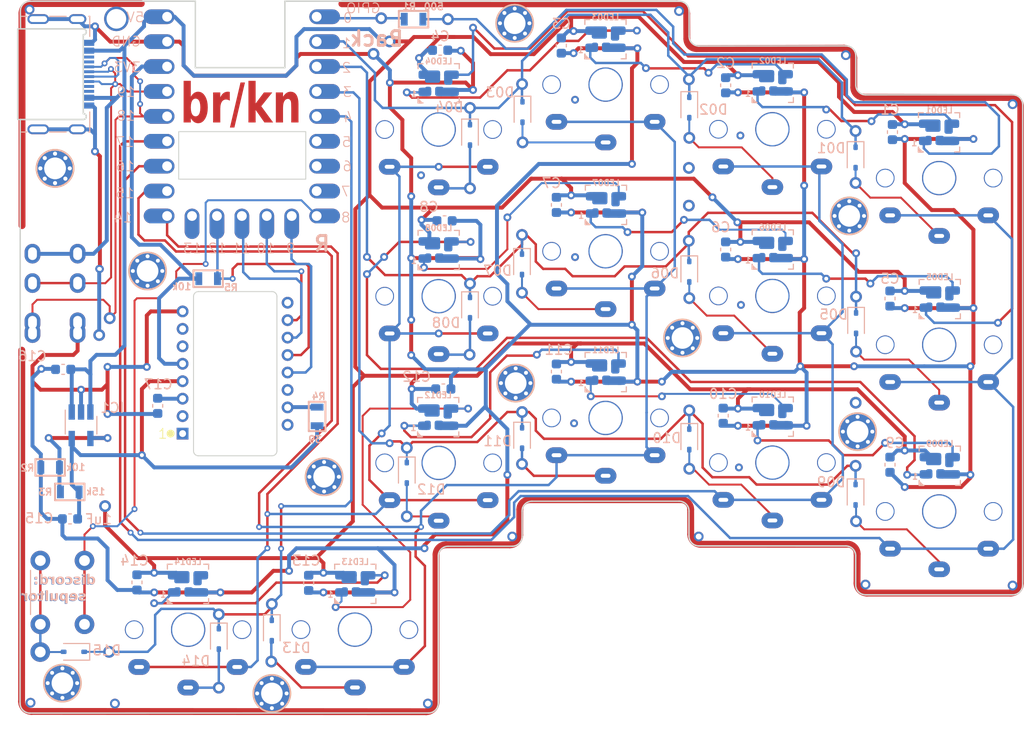
<source format=kicad_pcb>
(kicad_pcb (version 20221018) (generator pcbnew)
  (title_block (title "pcb/cut-slope") (rev "v1.0.0") (company "Unknown"))
  (layers (0 "F.Cu" signal) (31 "B.Cu" signal) (34 "B.Paste" user) (35 "F.Paste" user) (36 "B.SilkS" user "B.Silkscreen") (37 "F.SilkS" user "F.Silkscreen") (38 "B.Mask" user) (39 "F.Mask" user) (44 "Edge.Cuts" user))
  (net 0 "")
  (net 1 "ROW0")
  (net 2 "ROW1")
  (net 3 "ROW2")
  (net 4 "COL0")
  (net 5 "COL1")
  (net 6 "COL2")
  (net 7 "COL3")
  (net 8 "Net-(D11-Pad2)")
  (net 9 "Net-(D12-Pad2)")
  (net 10 "ROW3")
  (net 11 "Net-(D01-Pad2)")
  (net 12 "Net-(D02-Pad2)")
  (net 13 "Net-(D03-Pad2)")
  (net 14 "Net-(D04-Pad2)")
  (net 15 "Net-(D05-Pad2)")
  (net 16 "Net-(D06-Pad2)")
  (net 17 "Net-(D07-Pad2)")
  (net 18 "Net-(D08-Pad2)")
  (net 19 "Net-(D09-Pad2)")
  (net 20 "Net-(D10-Pad2)")
  (net 21 "Net-(D13-Pad2)")
  (net 22 "Net-(D14-Pad2)")
  (net 23 "GND")
  (net 24 "LED")
  (net 25 "Net-(LED10-DOUT)")
  (net 26 "Net-(LED11-DOUT)")
  (net 27 "Net-(LED13-DOUT)")
  (net 28 "Net-(U3-VDDPIX)")
  (net 31 "2V")
  (net 32 "5V")
  (net 33 "Net-(D15-Pad2)")
  (net 34 "Net-(LED01-DIN)")
  (net 35 "Net-(LED12-DOUT)")
  (net 37 "Net-(LED01-DOUT)")
  (net 38 "Net-(LED02-DOUT)")
  (net 39 "Net-(LED03-DOUT)")
  (net 40 "Net-(LED04-DOUT)")
  (net 41 "Net-(LED05-DOUT)")
  (net 42 "Net-(LED06-DOUT)")
  (net 43 "Net-(LED07-DOUT)")
  (net 44 "Net-(LED08-DOUT)")
  (net 45 "Net-(LED09-DOUT)")
  (net 46 "Net-(IC1-ADJ)")
  (net 48 "TX")
  (net 49 "RX")
  (net 50 "COL4")
  (net 54 "Net-(U3-LED_P)")
  (net 55 "MISO")
  (net 56 "3V3")
  (net 58 "NCS")
  (net 59 "SCK")
  (net 60 "MOSI")
  (footprint "miketronic_fplib:MB_MountingHole_M2" (layer "F.Cu") (at 165.65 46.5)
    (fp_text reference "REF**" hide)
    (fp_text value "MB_MountingHole_M2" hide)
  )
  (footprint "" (layer "F.Cu") (at 224 65.55)
    (fp_text reference "")
    (fp_text value "")
  )
  (footprint "" (layer "F.Cu") (at 193.5 48.8)
    (fp_text reference "")
    (fp_text value "")
  )
  (footprint "" (layer "F.Cu") (at 224 61.7)
    (fp_text reference "")
    (fp_text value "")
  )
  (footprint "" (layer "F.Cu") (at 157.89 111.08)
    (fp_text reference "")
    (fp_text value "")
  )
  (footprint "miketronic_fplib:MB_rp2040-zero-001" (layer "F.Cu") (at 178.440478 56.445769)
    (fp_text reference "U1" hide)
    (fp_text value "rp2040-zero" hide)
  )
  (footprint "miketronic_fplib:MB_PMW3360" (layer "F.Cu") (at 177.929807 84.095728)
    (fp_text reference "U3" hide)
    (fp_text value "PMW3360DM-T2QU" hide)
    (fp_line (start -4.417194 6.470001) (end -4.417194 -9.279999) (stroke (width 0.1)) (layer "Edge.Cuts"))
    (fp_line (start -3.917194 -9.779999) (end 3.582806 -9.779999) (stroke (width 0.1)) (layer "Edge.Cuts"))
    (fp_line (start -3.917194 6.970001) (end 3.582806 6.970001) (stroke (width 0.1)) (layer "Edge.Cuts"))
    (fp_line (start 4.082806 -9.279999) (end 4.082806 6.470001) (stroke (width 0.1)) (layer "Edge.Cuts"))
    (fp_arc (start -4.417194 -9.279999) (mid -4.270747 -9.633552) (end -3.917194 -9.779999) (stroke (width 0.1)) (layer "Edge.Cuts"))
    (fp_arc (start -3.917194 6.970001) (mid -4.270751 6.823558) (end -4.417194 6.470001) (stroke (width 0.1)) (layer "Edge.Cuts"))
    (fp_arc (start 3.582806 -9.779999) (mid 3.936346 -9.633541) (end 4.082806 -9.279999) (stroke (width 0.1)) (layer "Edge.Cuts"))
    (fp_arc (start 4.082806 6.470001) (mid 3.936359 6.823556) (end 3.582806 6.970001) (stroke (width 0.1)) (layer "Edge.Cuts"))
  )
  (footprint "" (layer "F.Cu") (at 164.5 96.2)
    (fp_text reference "")
    (fp_text value "")
  )
  (footprint "" (layer "F.Cu") (at 241 85.65)
    (fp_text reference "")
    (fp_text value "")
  )
  (footprint "" (layer "F.Cu") (at 191.855 50.07)
    (fp_text reference "")
    (fp_text value "")
  )
  (footprint "Capacitor_SMD:C_0603_1608Metric" (layer "B.Cu") (at 227.75 70.025 90)
    (fp_text reference "C6")
    (fp_text value "1uF")
  )
  (footprint "Diode_SMD:D_SOD-323" (layer "B.Cu") (at 176.090478 109.735769 -90)
    (fp_text reference "D14")
    (fp_text value "D")
  )
  (footprint "miketronic_fplib:MB_MountingHole_2.2mm_M2_Pad_Via" (layer "B.Cu") (at 241.199042 88.6 180)
    (fp_text reference "REF**" hide)
    (fp_text value "M2_Pad")
  )
  (footprint "Capacitor_SMD:C_0603_1608Metric" (layer "B.Cu") (at 227.75 53.275 90)
    (fp_text reference "C2")
    (fp_text value "1uF")
  )
  (footprint "miketronic_fplib:MB_KailhChoc-1U_rev_17mm_oval" (layer "B.Cu") (at 173.663232 111.502659 180)
    (fp_text reference "SW14")
    (fp_text value "SW")
  )
  (footprint "Diode_SMD:D_SOD-323" (layer "B.Cu") (at 224.040478 72.285769 -90)
    (fp_text reference "D06")
    (fp_text value "D")
  )
  (footprint "Capacitor_SMD:C_0603_1608Metric" (layer "B.Cu") (at 211 49.225 90)
    (fp_text reference "C3")
    (fp_text value "1uF")
  )
  (footprint "miketronic_fplib:MB_VIA-.6mm" (layer "B.Cu") (at 205.999042 99.3 180)
    (fp_text reference "REF**" hide)
    (fp_text value "MB_VIA-.6mm" hide)
  )
  (footprint "Keebio-Parts:R_0805" (layer "B.Cu") (at 186.109807 87.05 90)
    (fp_text reference "R4")
    (fp_text value "39")
  )
  (footprint "miketronic_fplib:MB_MountingHole_2.2mm_M2_Pad_Via" (layer "B.Cu") (at 181.499042 115.3 180)
    (fp_text reference "REF**" hide)
    (fp_text value "M2_Pad")
  )
  (footprint "" (layer "B.Cu") (at 192.640478 46.435769 180)
    (fp_text reference "")
    (fp_text value "")
  )
  (footprint "miketronic_fplib:MB_KailhChoc-1U_rev_17mm_oval" (layer "B.Cu") (at 250.21235 82.440283 180)
    (fp_text reference "SW05")
    (fp_text value "SW")
  )
  (footprint "" (layer "B.Cu") (at 201.690478 55.585769 165)
    (fp_text reference "")
    (fp_text value "")
  )
  (footprint "Capacitor_SMD:C_0603_1608Metric" (layer "B.Cu") (at 185.25 104.025 90)
    (fp_text reference "C13")
    (fp_text value "1uF")
  )
  (footprint "Capacitor_SMD:C_0603_1608Metric" (layer "B.Cu") (at 198.649042 49.7 180)
    (fp_text reference "C4")
    (fp_text value "1uF")
  )
  (footprint "" (layer "B.Cu") (at 181.440478 112.05 165)
    (fp_text reference "")
    (fp_text value "")
  )
  (footprint "" (layer "B.Cu") (at 163.899042 78.75 180)
    (fp_text reference "")
    (fp_text value "")
  )
  (footprint "miketronic_fplib:MB_VIA-.6mm" (layer "B.Cu") (at 256.999042 55.2 180)
    (fp_text reference "REF**" hide)
    (fp_text value "MB_VIA-.6mm" hide)
  )
  (footprint "Diode_SMD:D_SOD-323" (layer "B.Cu") (at 206.990478 71.535769 -90)
    (fp_text reference "D07")
    (fp_text value "D")
  )
  (footprint "" (layer "B.Cu") (at 164.969042 77.03 180)
    (fp_text reference "")
    (fp_text value "")
  )
  (footprint "Keebio-Parts:R_0805" (layer "B.Cu") (at 160.899042 94.75)
    (fp_text reference "R3")
    (fp_text value "15k")
  )
  (footprint "" (layer "B.Cu") (at 224 52.675 165)
    (fp_text reference "")
    (fp_text value "")
  )
  (footprint "miketronic_fplib:MB_TRRS-PJ-320A" (layer "B.Cu") (at 159.399042 67.25 180)
    (fp_text reference "U2" hide)
    (fp_text value "TRRS" hide)
  )
  (footprint "miketronic_fplib:MB_VIA-.6mm" (layer "B.Cu") (at 165.499042 116.335769 180)
    (fp_text reference "REF**" hide)
    (fp_text value "MB_VIA-.6mm" hide)
  )
  (footprint "Keebio-Parts:R_0805" (layer "B.Cu") (at 195.940478 46.535769)
    (fp_text reference "R1")
    (fp_text value "500")
  )
  (footprint "" (layer "B.Cu") (at 195.25 90.25 165)
    (fp_text reference "")
    (fp_text value "")
  )
  (footprint "" (layer "B.Cu") (at 201.690478 63.785769 165)
    (fp_text reference "")
    (fp_text value "")
  )
  (footprint "" (layer "B.Cu") (at 241.040478 97.735769 165)
    (fp_text reference "")
    (fp_text value "")
  )
  (footprint "" (layer "B.Cu") (at 206.990478 91.9 165)
    (fp_text reference "")
    (fp_text value "")
  )
  (footprint "" (layer "B.Cu") (at 176.090478 114.715769 165)
    (fp_text reference "")
    (fp_text value "")
  )
  (footprint "miketronic_fplib:MB_SK6812_Mini" (layer "B.Cu") (at 232.549042 53.025 180)
    (fp_text reference "LED02")
    (fp_text value "SK6812MINI")
  )
  (footprint "Capacitor_SMD:C_0603_1608Metric" (layer "B.Cu") (at 167.75 103.975 90)
    (fp_text reference "C14")
    (fp_text value "1uF")
  )
  (footprint "miketronic_fplib:MB_VIA-.6mm" (layer "B.Cu") (at 224.999042 99.3 180)
    (fp_text reference "REF**" hide)
    (fp_text value "MB_VIA-.6mm" hide)
  )
  (footprint "miketronic_fplib:MB_SK6812_Mini" (layer "B.Cu") (at 249.574042 92.08 180)
    (fp_text reference "LED09")
    (fp_text value "SK6812MINI")
  )
  (footprint "Diode_SMD:D_SOD-323" (layer "B.Cu") (at 181.490478 108.885769 -90)
    (fp_text reference "D13")
    (fp_text value "D")
  )
  (footprint "Capacitor_SMD:C_0603_1608Metric" (layer "B.Cu") (at 169.859807 85.970728 -90)
    (fp_text reference "C17")
    (fp_text value "4.7uF")
  )
  (footprint "miketronic_fplib:MB_VIA-.6mm" (layer "B.Cu") (at 197.399042 116.335769 180)
    (fp_text reference "REF**" hide)
    (fp_text value "MB_VIA-.6mm" hide)
  )
  (footprint "Capacitor_SMD:C_0603_1608Metric" (layer "B.Cu") (at 210.5 82.475 90)
    (fp_text reference "C11")
    (fp_text value "1uF")
  )
  (footprint "Diode_SMD:D_SOD-323" (layer "B.Cu") (at 201.690478 75.95 -90)
    (fp_text reference "D08")
    (fp_text value "D")
  )
  (footprint "" (layer "B.Cu") (at 241.040478 80.435769 165)
    (fp_text reference "")
    (fp_text value "")
  )
  (footprint "miketronic_fplib:MB_VIA-.6mm" (layer "B.Cu") (at 256.999042 104.3 180)
    (fp_text reference "REF**" hide)
    (fp_text value "MB_VIA-.6mm" hide)
  )
  (footprint "" (layer "B.Cu") (at 201.690478 73.5 165)
    (fp_text reference "")
    (fp_text value "")
  )
  (footprint "" (layer "B.Cu") (at 206.990478 68.535769 165)
    (fp_text reference "")
    (fp_text value "")
  )
  (footprint "miketronic_fplib:MB_KailhChoc-1U_rev_17mm_oval" (layer "B.Cu") (at 216.211817 72.903948 180)
    (fp_text reference "SW07")
    (fp_text value "SW")
  )
  (footprint "miketronic_fplib:MB_SK6812_Mini" (layer "B.Cu") (at 198.449042 87.125 180)
    (fp_text reference "LED12")
    (fp_text value "SK6812MINI")
  )
  (footprint "Capacitor_SMD:C_0603_1608Metric" (layer "B.Cu") (at 244.5 75.025 90)
    (fp_text reference "C5")
    (fp_text value "1uF")
  )
  (footprint "miketronic_fplib:MB_Molex-216990_USB_TYPE-C" (layer "B.Cu") (at 155.58419 52.144234 90)
    (fp_text reference "J1")
    (fp_text value "USB_C")
    (fp_line (start -4.62 0) (end -4.62 6.7) (stroke (width 0.12)) (layer "Edge.Cuts"))
    (fp_line (start -4.62 0) (end 4.62 0) (stroke (width 0.12)) (layer "Edge.Cuts"))
    (fp_line (start -4.02 6.7) (end 4.02 6.7) (stroke (width 0.12)) (layer "Edge.Cuts"))
    (fp_line (start 4.62 6.7) (end 4.62 0) (stroke (width 0.12)) (layer "Edge.Cuts"))
    (fp_arc (start -4.02 6.7) (mid -4.32 7) (end -4.62 6.7) (stroke (width 0.12)) (layer "Edge.Cuts"))
    (fp_arc (start 4.62 6.7) (mid 4.32 7) (end 4.02 6.7) (stroke (width 0.12)) (layer "Edge.Cuts"))
  )
  (footprint "miketronic_fplib:MB_KailhChoc-1U_rev_17mm_oval" (layer "B.Cu") (at 216.211818 55.903948 180)
    (fp_text reference "SW03")
    (fp_text value "SW")
  )
  (footprint "miketronic_fplib:MB_KailhChoc-1U_rev_17mm_oval" (layer "B.Cu") (at 233.212112 77.459163 180)
    (fp_text reference "SW06")
    (fp_text value "SW")
  )
  (footprint "miketronic_fplib:MB_MountingHole_2.2mm_M2_Pad_Via" (layer "B.Cu") (at 206.349042 83.65 180)
    (fp_text reference "REF**" hide)
    (fp_text value "M2_Pad")
  )
  (footprint "miketronic_fplib:MB_KailhChoc-1U_rev_17mm_oval" (layer "B.Cu") (at 233.212111 94.459164 180)
    (fp_text reference "SW10")
    (fp_text value "SW")
  )
  (footprint "miketronic_fplib:MB_SK6812_Mini" (layer "B.Cu") (at 232.549042 87.075 180)
    (fp_text reference "LED10")
    (fp_text value "SK6812MINI")
  )
  (footprint "Capacitor_SMD:C_0603_1608Metric" (layer "B.Cu") (at 244.75 58.05 90)
    (fp_text reference "C1")
    (fp_text value "1uF")
  )
  (footprint "miketronic_fplib:MB_SK6812_Mini" (layer "B.Cu") (at 198.499042 53.075 180)
    (fp_text reference "LED04")
    (fp_text value "SK6812MINI")
  )
  (footprint "" (layer "B.Cu") (at 240.990478 92.085769 165)
    (fp_text reference "")
    (fp_text value "")
  )
  (footprint "miketronic_fplib:MB_VIA-.6mm" (layer "B.Cu") (at 222.999042 45.7 180)
    (fp_text reference "REF**" hide)
    (fp_text value "MB_VIA-.6mm" hide)
  )
  (footprint "miketronic_fplib:MB_KailhChoc-1U_rev_17mm_oval" (layer "B.Cu") (at 250.212349 99.440284 180)
    (fp_text reference "SW09")
    (fp_text value "SW")
  )
  (footprint "miketronic_fplib:MB_MountingHole_2.2mm_M2_Pad_Via" (layer "B.Cu") (at 206.249042 46.95 180)
    (fp_text reference "REF**" hide)
    (fp_text value "M2_Pad")
  )
  (footprint "Capacitor_SMD:C_0603_1608Metric" (layer "B.Cu") (at 210.5 65.475 90)
    (fp_text reference "C7")
    (fp_text value "1uF")
  )
  (footprint "" (layer "B.Cu") (at 224.040478 92.385769 165)
    (fp_text reference "")
    (fp_text value "")
  )
  (footprint "" (layer "B.Cu") (at 224.040478 58.635769 165)
    (fp_text reference "")
    (fp_text value "")
  )
  (footprint "Keebio-Parts:R_0805" (layer "B.Cu") (at 175 73)
    (fp_text reference "R5")
    (fp_text value "10k")
  )
  (footprint "Diode_SMD:D_SOD-323" (layer "B.Cu") (at 201.690478 58.335769 -90)
    (fp_text reference "D04")
    (fp_text value "D")
  )
  (footprint "Capacitor_SMD:C_0603_1608Metric" (layer "B.Cu") (at 227.5 86.975 90)
    (fp_text reference "C10")
    (fp_text value "1uF")
  )
  (footprint "miketronic_fplib:MB_SK6812_Mini" (layer "B.Cu") (at 249.574042 75.08 180)
    (fp_text reference "LED05")
    (fp_text value "SK6812MINI")
  )
  (footprint "Diode_SMD:D_SOD-323" (layer "B.Cu") (at 240.990478 60.635769 -90)
    (fp_text reference "D01")
    (fp_text value "D")
  )
  (footprint "" (layer "B.Cu") (at 201.649042 80.75 165)
    (fp_text reference "")
    (fp_text value "")
  )
  (footprint "miketronic_fplib:MB_KailhChoc-1U_rev_17mm_oval" (layer "B.Cu") (at 190.663467 111.494157 180)
    (fp_text reference "SW13")
    (fp_text value "SW")
  )
  (footprint "Diode_SMD:D_SOD-323" (layer "B.Cu") (at 224.040478 89.385769 -90)
    (fp_text reference "D10")
    (fp_text value "D")
  )
  (footprint "" (layer "B.Cu") (at 241.040478 74.835769 165)
    (fp_text reference "")
    (fp_text value "")
  )
  (footprint "miketronic_fplib:MB_VIA-.6mm" (layer "B.Cu") (at 156.899042 116.25 180)
    (fp_text reference "REF**" hide)
    (fp_text value "MB_VIA-.6mm" hide)
  )
  (footprint "Capacitor_SMD:C_0603_1608Metric" (layer "B.Cu") (at 160.225 82.25 180)
    (fp_text reference "C16")
    (fp_text value "1uF")
  )
  (footprint "miketronic_fplib:MB_SK6812_Mini" (layer "B.Cu") (at 232.549042 70.025 180)
    (fp_text reference "LED06")
    (fp_text value "SK6812MINI")
  )
  (footprint "miketronic_fplib:MB_KailhChoc-1U_rev_17mm_oval" (layer "B.Cu") (at 199.199265 94.487819 180)
    (fp_text reference "SW12")
    (fp_text value "SW")
  )
  (footprint "miketronic_fplib:MB_KailhChoc-1U_rev_17mm_oval" (layer "B.Cu") (at 199.199265 77.487819 180)
    (fp_text reference "SW08")
    (fp_text value "SW")
  )
  (footprint "miketronic_fplib:MB_KailhChoc-1U_rev_17mm_oval" (layer "B.Cu") (at 216.211816 89.903949 180)
    (fp_text reference "SW11")
    (fp_text value "SW")
  )
  (footprint "miketronic_fplib:MB_SK6812_Mini" (layer "B.Cu") (at 215.549042 65.475 180)
    (fp_text reference "LED07")
    (fp_text value "SK6812MINI")
  )
  (footprint "" (layer "B.Cu") (at 206.999042 53.15 165)
    (fp_text reference "")
    (fp_text value "")
  )
  (footprint "" (layer "B.Cu") (at 195.25 97.25 165)
    (fp_text reference "")
    (fp_text value "")
  )
  (footprint "" (layer "B.Cu") (at 164.91 111.06 165)
    (fp_text reference "")
    (fp_text value "")
  )
  (footprint "Keebio-Parts:R_0805" (layer "B.Cu") (at 158.899042 92.25 180)
    (fp_text reference "R2")
    (fp_text value "10k")
  )
  (footprint "Diode_SMD:D_SOD-323" (layer "B.Cu") (at 241.040478 77.535769 -90)
    (fp_text reference "D05")
    (fp_text value "D")
  )
  (footprint "miketronic_fplib:MB_SK6812_Mini" (layer "B.Cu") (at 215.499042 48.575 180)
    (fp_text reference "LED03")
    (fp_text value "SK6812MINI")
  )
  (footprint "Diode_SMD:D_SOD-323" (layer "B.Cu") (at 240.990478 95.035769 -90)
    (fp_text reference "D09")
    (fp_text value "D")
  )
  (footprint "Capacitor_SMD:C_0603_1608Metric" (layer "B.Cu") (at 160.924042 97.5 180)
    (fp_text reference "C15")
    (fp_text value "1uF")
  )
  (footprint "" (layer "B.Cu") (at 224.040478 74.985769 165)
    (fp_text reference "")
    (fp_text value "")
  )
  (footprint "" (layer "B.Cu") (at 199.440478 46.535769 180)
    (fp_text reference "")
    (fp_text value "")
  )
  (footprint "miketronic_fplib:MB_SK6812_Mini" (layer "B.Cu") (at 198.499042 70.075 180)
    (fp_text reference "LED08")
    (fp_text value "SK6812MINI")
  )
  (footprint "miketronic_fplib:MB_KailhChoc-1U_rev_17mm_oval" (layer "B.Cu") (at 233.212111 60.459164 180)
    (fp_text reference "SW02")
    (fp_text value "SW")
  )
  (footprint "Diode_SMD:D_SOD-323" (layer "B.Cu") (at 161.32 111.06 180)
    (fp_text reference locked "D15")
    (fp_text value "D")
  )
  (footprint "miketronic_fplib:MB_SK6812_Mini" (layer "B.Cu") (at 215.524042 82.53 180)
    (fp_text reference "LED11")
    (fp_text value "SK6812MINI")
  )
  (footprint "miketronic_fplib:MB_MountingHole_2.2mm_M2_Pad_Via" (layer "B.Cu") (at 160.149042 114.25 180)
    (fp_text reference "REF**" hide)
    (fp_text value "M2_Pad" hide)
  )
  (footprint "" (layer "B.Cu") (at 207.049042 59.1 165)
    (fp_text reference "")
    (fp_text value "")
  )
  (footprint "miketronic_fplib:MB_MountingHole_2.2mm_M2_Pad_Via" (layer "B.Cu") (at 240.349042 66.6 180)
    (fp_text reference "REF**" hide)
    (fp_text value "M2_Pad")
  )
  (footprint "" (layer "B.Cu") (at 224.040478 86.435769 165)
    (fp_text reference "")
    (fp_text value "")
  )
  (footprint "Diode_SMD:D_SOD-323" (layer "B.Cu") (at 195.25 92.8 -90)
    (fp_text reference "D12")
    (fp_text value "D")
  )
  (footprint "Capacitor_SMD:C_0603_1608Metric" (layer "B.Cu") (at 199.099042 67.1 180)
    (fp_text reference "C8")
    (fp_text value "1uF")
  )
  (footprint "miketronic_fplib:MB_SK6812_Mini" (layer "B.Cu") (at 172.949042 104.125 180)
    (fp_text reference "LED14")
    (fp_text value "SK6812MINI")
  )
  (footprint "miketronic_fplib:MB_SK6812_Mini" (layer "B.Cu") (at 189.999042 104.125 180)
    (fp_text reference "LED13")
    (fp_text value "SK6812MINI")
  )
  (footprint "miketronic_fplib:MB_SK6812_Mini" (layer "B.Cu") (at 249.499042 58.075 180)
    (fp_text reference "LED01")
    (fp_text value "SK6812MINI")
  )
  (footprint "miketronic_fplib:MB_MountingHole_2.2mm_M2_Pad_Via" (layer "B.Cu") (at 159.399042 61.75 180)
    (fp_text reference "REF**" hide)
    (fp_text value "M2_Pad" hide)
  )
  (footprint "" (layer "B.Cu") (at 181.490478 106.185769 165)
    (fp_text reference "")
    (fp_text value "")
  )
  (footprint "" (layer "B.Cu") (at 206.990478 74.435769 165)
    (fp_text reference "")
    (fp_text value "")
  )
  (footprint "Diode_SMD:D_SOD-323" (layer "B.Cu") (at 206.999042 89.25 -90)
    (fp_text reference "D11")
    (fp_text value "D")
  )
  (footprint "miketronic_fplib:MB_KailhChoc-1U_rev_17mm_oval" (layer "B.Cu") (at 199.199264 60.48782 180)
    (fp_text reference "SW04")
    (fp_text value "SW")
  )
  (footprint "miketronic_fplib:MB_VIA-.6mm" (layer "B.Cu") (at 239.999042 50.2 180)
    (fp_text reference "REF**" hide)
    (fp_text value "MB_VIA-.6mm" hide)
  )
  (footprint "" (layer "B.Cu") (at 223.990478 69.135769 165)
    (fp_text reference "")
    (fp_text value "")
  )
  (footprint "Diode_SMD:D_SOD-323" (layer "B.Cu") (at 224.040478 55.535769 -90)
    (fp_text reference "D02")
    (fp_text value "D")
  )
  (footprint "" (layer "B.Cu") (at 240.990478 57.935769 165)
    (fp_text reference "")
    (fp_text value "")
  )
  (footprint "" (layer "B.Cu") (at 240.990478 63.235769 165)
    (fp_text reference "")
    (fp_text value "")
  )
  (footprint "Capacitor_SMD:C_0603_1608Metric" (layer "B.Cu") (at 244.5 91.975 90)
    (fp_text reference "C9")
    (fp_text value "1uF")
  )
  (footprint "" (layer "B.Cu") (at 206.999042 86.6 165)
    (fp_text reference "")
    (fp_text value "")
  )
  (footprint "Capacitor_SMD:C_0603_1608Metric" (layer "B.Cu") (at 198.974042 84.25 180)
    (fp_text reference "C12")
    (fp_text value "1uF")
  )
  (footprint "" (layer "B.Cu") (at 176.090478 107.235769 165)
    (fp_text reference "")
    (fp_text value "")
  )
  (footprint "miketronic_fplib:MB_VIA-.6mm" (layer "B.Cu") (at 241.999042 104.2 180)
    (fp_text reference "REF**" hide)
    (fp_text value "MB_VIA-.6mm" hide)
  )
  (footprint "miketronic_fplib:MB_VIA-.6mm" (layer "B.Cu") (at 156.799042 45.55 180)
    (fp_text reference "REF**" hide)
    (fp_text value "MB_VIA-.6mm" hide)
  )
  (footprint "Package_TO_SOT_SMD:SOT-23-5_HandSoldering" (layer "B.Cu") (at 162.05 87.95 -90)
    (fp_text reference "IC1")
    (fp_text value "AP7335-WG-7" hide)
  )
  (footprint "miketronic_fplib:MB_6x6_SW" (layer "B.Cu") (at 157.899042 101.75 -90)
    (fp_text reference "SW15" hide)
    (fp_text value "SW" hide)
  )
  (footprint "Diode_SMD:D_SOD-323" (layer "B.Cu") (at 207.040478 56 -90)
    (fp_text reference "D03")
    (fp_text value "D")
  )
  (footprint "miketronic_fplib:MB_KailhChoc-1U_rev_17mm_oval" (layer "B.Cu") (at 250.21235 65.440284 180)
    (fp_text reference "SW01")
    (fp_text value "SW")
  )
  (footprint "miketronic_fplib:MB_MountingHole_2.2mm_M2_Pad_Via" (layer "B.Cu") (at 223.349042 79.05 180)
    (fp_text reference "REF**" hide)
    (fp_text value "M2_Pad")
  )
  (footprint "miketronic_fplib:MB_MountingHole_2.2mm_M2_Pad_Via" (layer "B.Cu") (at 159.399042 61.75 180)
    (fp_text reference "REF**" hide)
    (fp_text value "M2_Pad" hide)
  )
  (gr_line (start 156.030781 45.94487) (end 156.034936 67.590951) (stroke (width 0.7)) (layer "F.Cu"))
  (gr_line (start 223.181017 95.536796) (end 207.769869 95.546896) (stroke (width 0.7)) (layer "F.Cu"))
  (gr_line (start 206.765714 96.550815) (end 206.759936 99.140951) (stroke (width 0.7)) (layer "F.Cu"))
  (gr_line (start 205.755781 100.14487) (end 199.234936 100.140951) (stroke (width 0.7)) (layer "F.Cu"))
  (gr_line (start 241.140886 104.056012) (end 241.15398 101.075895) (stroke (width 0.7)) (layer "F.Cu"))
  (gr_line (start 156.009936 80.290951) (end 155.990881 116.131018) (stroke (width 0.7)) (layer "F.Cu"))
  (gr_arc (start 198.229158 116.162032) (mid 197.934961 116.87192) (end 197.225003 117.165951) (stroke (width 0.7)) (layer "F.Cu"))
  (gr_arc (start 156.9948 117.135173) (mid 156.284917 116.840968) (end 155.990881 116.131018) (stroke (width 0.7)) (layer "F.Cu"))
  (gr_line (start 225.1948 100.085173) (end 240.131017 100.086796) (stroke (width 0.7)) (layer "F.Cu"))
  (gr_arc (start 242.144805 105.060167) (mid 241.434924 104.765963) (end 241.140886 104.056012) (stroke (width 0.7)) (layer "F.Cu"))
  (gr_line (start 222.775067 44.971733) (end 188.634936 44.965951) (stroke (width 0.7)) (layer "F.Cu"))
  (gr_line (start 224.184936 96.540951) (end 224.190881 99.081018) (stroke (width 0.7)) (layer "F.Cu"))
  (gr_arc (start 240.150061 100.07174) (mid 240.859944 100.365943) (end 241.15398 101.075895) (stroke (width 0.7)) (layer "F.Cu"))
  (gr_line (start 257.804153 104.056081) (end 257.828986 55.525889) (stroke (width 0.7)) (layer "F.Cu"))
  (gr_arc (start 241.809936 54.490951) (mid 241.100052 54.196748) (end 240.806017 53.486795) (stroke (width 0.7)) (layer "F.Cu"))
  (gr_line (start 224.794805 49.535169) (end 239.800067 49.496733) (stroke (width 0.7)) (layer "F.Cu"))
  (gr_arc (start 256.825067 54.521733) (mid 257.534948 54.815939) (end 257.828986 55.525889) (stroke (width 0.7)) (layer "F.Cu"))
  (gr_line (start 168.184936 44.940951) (end 157.034936 44.940951) (stroke (width 0.7)) (layer "F.Cu"))
  (gr_arc (start 156.030781 45.94487) (mid 156.324984 45.234971) (end 157.034936 44.940951) (stroke (width 0.7)) (layer "F.Cu"))
  (gr_arc (start 206.759936 99.140951) (mid 206.465733 99.850834) (end 205.755781 100.14487) (stroke (width 0.7)) (layer "F.Cu"))
  (gr_line (start 198.230781 101.14487) (end 198.229158 116.162032) (stroke (width 0.7)) (layer "F.Cu"))
  (gr_arc (start 223.181017 95.536796) (mid 223.890889 95.83101) (end 224.184936 96.540951) (stroke (width 0.7)) (layer "F.Cu"))
  (gr_line (start 223.778986 45.975889) (end 223.790886 48.531013) (stroke (width 0.7)) (layer "F.Cu"))
  (gr_arc (start 224.794805 49.535169) (mid 224.084924 49.240963) (end 223.790886 48.531013) (stroke (width 0.7)) (layer "F.Cu"))
  (gr_arc (start 239.800067 49.496733) (mid 240.509948 49.790939) (end 240.803986 50.500889) (stroke (width 0.7)) (layer "F.Cu"))
  (gr_line (start 156.9948 117.135173) (end 197.225003 117.165951) (stroke (width 0.7)) (layer "F.Cu"))
  (gr_arc (start 257.804153 104.056081) (mid 257.509948 104.765962) (end 256.799998 105.06) (stroke (width 0.7)) (layer "F.Cu"))
  (gr_arc (start 222.775067 44.971733) (mid 223.484948 45.265939) (end 223.778986 45.975889) (stroke (width 0.7)) (layer "F.Cu"))
  (gr_line (start 240.803986 50.500889) (end 240.806017 53.486795) (stroke (width 0.7)) (layer "F.Cu"))
  (gr_arc (start 225.1948 100.085173) (mid 224.484921 99.790967) (end 224.190881 99.081018) (stroke (width 0.7)) (layer "F.Cu"))
  (gr_line (start 241.809936 54.490951) (end 256.825067 54.521733) (stroke (width 0.7)) (layer "F.Cu"))
  (gr_arc (start 198.230781 101.14487) (mid 198.525015 100.435018) (end 199.234936 100.140951) (stroke (width 0.7)) (layer "F.Cu"))
  (gr_line (start 242.144805 105.060167) (end 256.799998 105.06) (stroke (width 0.7)) (layer "F.Cu"))
  (gr_arc (start 206.765714 96.550815) (mid 207.05992 95.840936) (end 207.769869 95.546896) (stroke (width 0.7)) (layer "F.Cu"))
  (gr_arc (start 223.016668 44.708426) (mid 223.726544 45.002644) (end 224.020587 45.712581) (stroke (width 0.15)) (layer "Edge.Cuts"))
  (gr_line (start 173.7 44.7) (end 173.7 51.475) (stroke (width 0.15)) (layer "Edge.Cuts"))
  (gr_arc (start 239.998847 100.256382) (mid 240.708717 100.550596) (end 241.002766 101.260537) (stroke (width 0.15)) (layer "Edge.Cuts"))
  (gr_arc (start 242.006343 105.24102) (mid 241.296468 104.946808) (end 241.002424 104.236864) (stroke (width 0.15)) (layer "Edge.Cuts"))
  (gr_line (start 258.023203 55.252711) (end 258.017143 104.238837) (stroke (width 0.15)) (layer "Edge.Cuts"))
  (gr_line (start 182.825 44.7) (end 182.825 51.475) (stroke (width 0.15)) (layer "Edge.Cuts"))
  (gr_arc (start 198.459047 101.295199) (mid 198.753226 100.58527) (end 199.463202 100.29128) (stroke (width 0.15)) (layer "Edge.Cuts"))
  (gr_arc (start 162.280968 47.525236) (mid 162.580968 47.825236) (end 162.280968 48.125236) (stroke (width 0.15)) (layer "Edge.Cuts"))
  (gr_arc (start 206.999157 96.701229) (mid 207.293361 95.991349) (end 208.003312 95.697309) (stroke (width 0.15)) (layer "Edge.Cuts"))
  (gr_line (start 198.459047 101.295199) (end 198.457846 116.291669) (stroke (width 0.15)) (layer "Edge.Cuts"))
  (gr_line (start 205.996892 100.287184) (end 199.463202 100.29128) (stroke (width 0.15)) (layer "Edge.Cuts"))
  (gr_line (start 156.869042 44.7) (end 173.7 44.7) (stroke (width 0.15)) (layer "Edge.Cuts"))
  (gr_line (start 241.014407 50.265578) (end 241.012047 53.247288) (stroke (width 0.15)) (layer "Edge.Cuts"))
  (gr_arc (start 156.838785 117.307025) (mid 156.128873 117.012851) (end 155.834866 116.30287) (stroke (width 0.15)) (layer "Edge.Cuts"))
  (gr_arc (start 225.02355 49.273393) (mid 224.31368 48.979182) (end 224.019631 48.269237) (stroke (width 0.15)) (layer "Edge.Cuts"))
  (gr_arc (start 155.864887 45.703919) (mid 156.15912 44.994064) (end 156.869042 44.7) (stroke (width 0.15)) (layer "Edge.Cuts"))
  (gr_arc (start 162.280968 56.165236) (mid 162.580968 56.465236) (end 162.280968 56.765236) (stroke (width 0.15)) (layer "Edge.Cuts"))
  (gr_arc (start 242.015967 54.251444) (mid 241.306068 53.957242) (end 241.012047 53.247288) (stroke (width 0.15)) (layer "Edge.Cuts"))
  (gr_line (start 239.998847 100.256382) (end 225.015383 100.253863) (stroke (width 0.15)) (layer "Edge.Cuts"))
  (gr_line (start 241.002766 101.260537) (end 241.002424 104.236864) (stroke (width 0.15)) (layer "Edge.Cuts"))
  (gr_line (start 155.849042 56.765) (end 155.834866 116.30287) (stroke (width 0.15)) (layer "Edge.Cuts"))
  (gr_line (start 197.453691 117.295588) (end 156.838785 117.307025) (stroke (width 0.15)) (layer "Edge.Cuts"))
  (gr_arc (start 198.457846 116.291669) (mid 198.163614 117.001528) (end 197.453691 117.295588) (stroke (width 0.15)) (layer "Edge.Cuts"))
  (gr_arc (start 240.010488 49.261423) (mid 240.720382 49.555619) (end 241.014407 50.265578) (stroke (width 0.15)) (layer "Edge.Cuts"))
  (gr_line (start 240.010488 49.261423) (end 225.02355 49.273393) (stroke (width 0.15)) (layer "Edge.Cuts"))
  (gr_line (start 224.013425 96.70308) (end 224.011464 99.249708) (stroke (width 0.15)) (layer "Edge.Cuts"))
  (gr_line (start 223.016668 44.708426) (end 182.825 44.7) (stroke (width 0.15)) (layer "Edge.Cuts"))
  (gr_arc (start 223.010392 95.694096) (mid 223.720228 95.988327) (end 224.014311 96.698251) (stroke (width 0.15)) (layer "Edge.Cuts"))
  (gr_line (start 257.012988 105.242756) (end 242.006343 105.24102) (stroke (width 0.15)) (layer "Edge.Cuts"))
  (gr_arc (start 257.019284 54.248555) (mid 257.72914 54.542781) (end 258.023203 55.252711) (stroke (width 0.15)) (layer "Edge.Cuts"))
  (gr_line (start 155.880968 56.765236) (end 155.849042 56.765) (stroke (width 0.15)) (layer "Edge.Cuts"))
  (gr_line (start 162.280968 56.165236) (end 162.280968 48.125236) (stroke (width 0.15)) (layer "Edge.Cuts"))
  (gr_line (start 155.880968 56.765236) (end 162.280968 56.765236) (stroke (width 0.15)) (layer "Edge.Cuts"))
  (gr_line (start 182.825 51.475) (end 173.7 51.475) (stroke (width 0.15)) (layer "Edge.Cuts"))
  (gr_line (start 155.865123 45.704155) (end 155.880968 47.525236) (stroke (width 0.15)) (layer "Edge.Cuts"))
  (gr_rect (start 172 58) (end 184.95 62.85) (stroke (width 0.1)) (fill none) (layer "Edge.Cuts"))
  (gr_arc (start 258.017143 104.238837) (mid 257.722952 104.948745) (end 257.012988 105.242756) (stroke (width 0.15)) (layer "Edge.Cuts"))
  (gr_line (start 162.280968 47.525236) (end 155.880968 47.525236) (stroke (width 0.15)) (layer "Edge.Cuts"))
  (gr_line (start 223.010392 95.694096) (end 208.003312 95.697309) (stroke (width 0.15)) (layer "Edge.Cuts"))
  (gr_arc (start 207.001047 99.283265) (mid 206.706817 99.993127) (end 205.996892 100.287184) (stroke (width 0.15)) (layer "Edge.Cuts"))
  (gr_line (start 224.020587 45.712581) (end 224.019631 48.269237) (stroke (width 0.15)) (layer "Edge.Cuts"))
  (gr_line (start 242.015967 54.251444) (end 257.019284 54.248555) (stroke (width 0.15)) (layer "Edge.Cuts"))
  (gr_arc (start 225.015383 100.253863) (mid 224.305532 99.959632) (end 224.011464 99.249708) (stroke (width 0.15)) (layer "Edge.Cuts"))
  (gr_line (start 206.999157 96.701229) (end 207.001047 99.283265) (stroke (width 0.15)) (layer "Edge.Cuts"))
  (gr_text "br/kn" (at 172.15 57.75) (layer "F.Cu") (effects (font (size 4 3) (thickness 0.75) bold) (justify left bottom)))
  (gr_text "discord: \n  sepultor" (at 163.5 106.05) (layer "B.Cu") (effects (font (size 1 1) (thickness 0.2) bold) (justify left bottom mirror)))
  (gr_text "discord: \n  sepultor" (at 163.55 106.01) (layer "B.SilkS") (effects (font (size 1 1) (thickness 0.2) bold) (justify left bottom mirror)))
  (gr_text "R" (at 187.55 70.3) (layer "B.SilkS") (effects (font (size 1.5 1.5) (thickness 0.3) bold) (justify left bottom mirror)))
  (gr_text "Back" (at 195.05 49.4) (layer "B.SilkS") (effects (font (size 1.5 1.5) (thickness 0.3) bold) (justify left bottom mirror)))
  (segment (start 239.599042 53) (end 237.234811 50.635769) (width 0.25) (layer "B.Cu") (net 1))
  (segment (start 192 52) (end 188.8 48.8) (width 0.25) (layer "B.Cu") (net 1))
  (segment (start 201.690478 55.585769) (end 192.785769 55.585769) (width 0.25) (layer "B.Cu") (net 1))
  (segment (start 221.899042 50.25) (end 221.899042 47.9) (width 0.25) (layer "B.Cu") (net 1))
  (segment (start 192 54.8) (end 192 52) (width 0.25) (layer "B.Cu") (net 1))
  (segment (start 201.690478 57.235769) (end 201.690478 55.585769) (width 0.25) (layer "B.Cu") (net 1))
  (segment (start 186.086247 48.8) (end 186.060478 48.825769) (width 0.25) (layer "B.Cu") (net 1))
  (segment (start 206.999042 53.2) (end 204.613273 55.585769) (width 0.25) (layer "B.Cu") (net 1))
  (segment (start 240.990478 57.935769) (end 239.599042 56.544333) (width 0.25) (layer "B.Cu") (net 1))
  (segment (start 206.999042 50.8) (end 206.999042 53.15) (width 0.25) (layer "B.Cu") (net 1))
  (segment (start 240.990478 57.935769) (end 240.990478 59.585769) (width 0.25) (layer "B.Cu") (net 1))
  (segment (start 204.613273 55.585769) (end 201.690478 55.585769) (width 0.25) (layer "B.Cu") (net 1))
  (segment (start 239.599042 56.544333) (end 239.599042 53) (width 0.25) (layer "B.Cu") (net 1))
  (segment (start 224.034811 52.385769) (end 221.899042 50.25) (width 0.25) (layer "B.Cu") (net 1))
  (segment (start 224.040478 52.385769) (end 224.034811 52.385769) (width 0.25) (layer "B.Cu") (net 1))
  (segment (start 225.790478 50.635769) (end 224.040478 52.385769) (width 0.25) (layer "B.Cu") (net 1))
  (segment (start 237.234811 50.635769) (end 225.790478 50.635769) (width 0.25) (layer "B.Cu") (net 1))
  (segment (start 224.040478 54.485769) (end 224.040478 52.385769) (width 0.25) (layer "B.Cu") (net 1))
  (segment (start 221.899042 47.9) (end 220.084811 46.085769) (width 0.25) (layer "B.Cu") (net 1))
  (segment (start 192.785769 55.585769) (end 192 54.8) (width 0.25) (layer "B.Cu") (net 1))
  (segment (start 220.084811 46.085769) (end 211.713273 46.085769) (width 0.25) (layer "B.Cu") (net 1))
  (segment (start 188.8 48.8) (end 186.086247 48.8) (width 0.25) (layer "B.Cu") (net 1))
  (segment (start 211.713273 46.085769) (end 206.999042 50.8) (width 0.25) (layer "B.Cu") (net 1))
  (segment (start 206.990478 53.158564) (end 206.990478 54.9) (width 0.25) (layer "B.Cu") (net 1))
  (segment (start 206.999042 53.15) (end 206.999042 53.2) (width 0.25) (layer "B.Cu") (net 1))
  (segment (start 203.75 72.75) (end 202.440478 72.75) (width 0.25) (layer "F.Cu") (net 2))
  (segment (start 208.399042 69.5) (end 207.434811 68.535769) (width 0.25) (layer "F.Cu") (net 2))
  (segment (start 206.990478 69.509522) (end 203.75 72.75) (width 0.25) (layer "F.Cu") (net 2))
  (segment (start 193.040478 72.635769) (end 191.190478 70.785769) (width 0.25) (layer "F.Cu") (net 2))
  (segment (start 236.584811 66.285769) (end 225.940478 66.285769) (width 0.25) (layer "F.Cu") (net 2))
  (segment (start 202.440478 72.75) (end 201.690478 73.5) (width 0.25) (layer "F.Cu") (net 2))
  (segment (start 223.990478 68.235769) (end 223.990478 69.135769) (width 0.25) (layer "F.Cu") (net 2))
  (segment (start 201.690478 73.5) (end 200.826247 72.635769) (width 0.25) (layer "F.Cu") (net 2))
  (segment (start 223.990478 69.135769) (end 223.990478 69.408564) (width 0.25) (layer "F.Cu") (net 2))
  (segment (start 221.649042 71.75) (end 217.449521 71.75) (width 0.25) (layer "F.Cu") (net 2))
  (segment (start 211.399042 72) (end 209.149042 72) (width 0.25) (layer "F.Cu") (net 2))
  (segment (start 223.990478 69.408564) (end 221.649042 71.75) (width 0.25) (layer "F.Cu") (net 2))
  (segment (start 225.940478 66.285769) (end 223.990478 68.235769) (width 0.25) (layer "F.Cu") (net 2))
  (segment (start 206.990478 68.535769) (end 206.990478 69.509522) (width 0.25) (layer "F.Cu") (net 2))
  (segment (start 217.449521 71.75) (end 216.449521 72.75) (width 0.25) (layer "F.Cu") (net 2))
  (segment (start 200.826247 72.635769) (end 193.040478 72.635769) (width 0.25) (layer "F.Cu") (net 2))
  (segment (start 212.149042 72.75) (end 211.399042 72) (width 0.25) (layer "F.Cu") (net 2))
  (segment (start 207.434811 68.535769) (end 206.990478 68.535769) (width 0.25) (layer "F.Cu") (net 2))
  (segment (start 240.699042 70.4) (end 236.584811 66.285769) (width 0.25) (layer "F.Cu") (net 2))
  (segment (start 209.149042 72) (end 208.399042 71.25) (width 0.25) (layer "F.Cu") (net 2))
  (segment (start 216.449521 72.75) (end 212.149042 72.75) (width 0.25) (layer "F.Cu") (net 2))
  (segment (start 241.040478 70.4) (end 240.699042 70.4) (width 0.25) (layer "F.Cu") (net 2))
  (segment (start 208.399042 71.25) (end 208.399042 69.5) (width 0.25) (layer "F.Cu") (net 2))
  (via (at 191.190478 70.785769) (size 0.8) (drill 0.4) (layers "F.Cu" "B.Cu") (net 2))
  (via (at 241.040478 70.4) (size 0.8) (drill 0.4) (layers "F.Cu" "B.Cu") (net 2))
  (segment (start 191.190478 70.785769) (end 191.190478 51.990478) (width 0.25) (layer "B.Cu") (net 2))
  (segment (start 190.6 51.4) (end 186.094709 51.4) (width 0.25) (layer "B.Cu") (net 2))
  (segment (start 241.040478 70.4) (end 241.040478 74.835769) (width 0.25) (layer "B.Cu") (net 2))
  (segment (start 206.990478 70.485769) (end 206.990478 68.535769) (width 0.25) (layer "B.Cu") (net 2))
  (segment (start 223.990478 71.185769) (end 223.990478 69.135769) (width 0.25) (layer "B.Cu") (net 2))
  (segment (start 241.040478 76.485769) (end 241.040478 74.835769) (width 0.25) (layer "B.Cu") (net 2))
  (segment (start 201.690478 74.9) (end 201.690478 73.5) (width 0.25) (layer "B.Cu") (net 2))
  (segment (start 191.190478 51.990478) (end 190.6 51.4) (width 0.25) (layer "B.Cu") (net 2))
  (segment (start 186.094709 51.4) (end 186.060478 51.365769) (width 0.25) (layer "B.Cu") (net 2))
  (segment (start 193.685769 89.6) (end 194.6 89.6) (width 0.25) (layer "F.Cu") (net 3))
  (segment (start 230.149042 93.25) (end 226.389078 93.25) (width 0.25) (layer "F.Cu") (net 3))
  (segment (start 194.6 89.6) (end 195.25 90.25) (width 0.25) (layer "F.Cu") (net 3))
  (segment (start 225.399042 87.794333) (end 224.040478 86.435769) (width 0.25) (layer "F.Cu") (net 3))
  (segment (start 221.147298 89.328949) (end 209.227991 89.328949) (width 0.25) (layer "F.Cu") (net 3))
  (segment (start 240.990478 92.085769) (end 240.151876 92.085769) (width 0.25) (layer "F.Cu") (net 3))
  (segment (start 195.837181 89.662819) (end 195.25 90.25) (width 0.25) (layer "F.Cu") (net 3))
  (segment (start 208.399042 87.3) (end 207.699042 86.6) (width 0.25) (layer "F.Cu") (net 3))
  (segment (start 205.499042 86.6) (end 202.436223 89.662819) (width 0.25) (layer "F.Cu") (net 3))
  (segment (start 209.227991 89.328949) (end 208.399042 88.5) (width 0.25) (layer "F.Cu") (net 3))
  (segment (start 226.389078 93.25) (end 225.399042 92.259964) (width 0.25) (layer "F.Cu") (net 3))
  (segment (start 206.999042 86.6) (end 205.499042 86.6) (width 0.25) (layer "F.Cu") (net 3))
  (segment (start 224.040478 86.435769) (end 221.147298 89.328949) (width 0.25) (layer "F.Cu") (net 3))
  (segment (start 208.399042 88.5) (end 208.399042 87.3) (width 0.25) (layer "F.Cu") (net 3))
  (segment (start 225.399042 92.259964) (end 225.399042 87.794333) (width 0.25) (layer "F.Cu") (net 3))
  (segment (start 202.436223 89.662819) (end 195.837181 89.662819) (width 0.25) (layer "F.Cu") (net 3))
  (segment (start 230.899042 94) (end 230.149042 93.25) (width 0.25) (layer "F.Cu") (net 3))
  (segment (start 238.237645 94) (end 230.899042 94) (width 0.25) (layer "F.Cu") (net 3))
  (segment (start 193.5 89.785769) (end 193.685769 89.6) (width 0.25) (layer "F.Cu") (net 3))
  (segment (start 207.699042 86.6) (end 206.999042 86.6) (width 0.25) (layer "F.Cu") (net 3))
  (segment (start 240.151876 92.085769) (end 238.237645 94) (width 0.25) (layer "F.Cu") (net 3))
  (via (at 193.5 89.785769) (size 0.8) (drill 0.4) (layers "F.Cu" "B.Cu") (net 3))
  (segment (start 206.999042 86.6) (end 206.999042 88.2) (width 0.25) (layer "B.Cu") (net 3))
  (segment (start 193.5 89.785769) (end 191.690478 89.785769) (width 0.25) (layer "B.Cu") (net 3))
  (segment (start 224.040478 88.335769) (end 224.040478 86.435769) (width 0.25) (layer "B.Cu") (net 3))
  (segment (start 189.8 54) (end 186.154709 54) (width 0.25) (layer "B.Cu") (net 3))
  (segment (start 195.25 91.75) (end 195.25 90.25) (width 0.2) (layer "B.Cu") (net 3))
  (segment (start 190.415478 88.510769) (end 190.415478 54.615478) (width 0.25) (layer "B.Cu") (net 3))
  (segment (start 190.415478 54.615478) (end 189.8 54) (width 0.25) (layer "B.Cu") (net 3))
  (segment (start 191.690478 89.785769) (end 190.415478 88.510769) (width 0.25) (layer "B.Cu") (net 3))
  (segment (start 240.990478 93.985769) (end 240.990478 92.085769) (width 0.25) (layer "B.Cu") (net 3))
  (segment (start 167.1 98.9) (end 166.036436 97.836436) (width 0.25) (layer "F.Cu") (net 4))
  (segment (start 166.49 58.995) (end 170.89 58.995) (width 0.25) (layer "F.Cu") (net 4))
  (segment (start 166.036436 97.836436) (end 166.036436 59.448564) (width 0.25) (layer "F.Cu") (net 4))
  (segment (start 166.036436 59.448564) (end 166.49 58.995) (width 0.25) (layer "F.Cu") (net 4))
  (via (at 167.1 98.9) (size 0.6) (drill 0.3) (layers "F.Cu" "B.Cu") (net 4))
  (segment (start 254.51235 83.540283) (end 244.51235 83.540283) (width 0.25) (layer "B.Cu") (net 4))
  (segment (start 228.204811 99.455769) (end 223.924811 95.175769) (width 0.25) (layer "B.Cu") (net 4))
  (segment (start 254.51235 83.540283) (end 257.050478 86.078411) (width 0.25) (layer "B.Cu") (net 4))
  (segment (start 256.115963 100.540284) (end 244.512349 100.540284) (width 0.25) (layer "B.Cu") (net 4))
  (segment (start 256.930478 68.958412) (end 256.930478 81.122155) (width 0.25) (layer "B.Cu") (net 4))
  (segment (start 256.930478 81.122155) (end 254.51235 83.540283) (width 0.25) (layer "B.Cu") (net 4))
  (segment (start 206.190478 97.31567) (end 203.856148 99.65) (width 0.25) (layer "B.Cu") (net 4))
  (segment (start 203.856148 99.65) (end 167.85 99.65) (width 0.25) (layer "B.Cu") (net 4))
  (segment (start 257.050478 86.078411) (end 257.050478 99.605769) (width 0.25) (layer "B.Cu") (net 4))
  (segment (start 254.51235 66.540284) (end 244.51235 66.540284) (width 0.25) (layer "B.Cu") (net 4))
  (segment (start 223.924811 95.175769) (end 206.851188 95.175769) (width 0.25) (layer "B.Cu") (net 4))
  (segment (start 244.512349 100.540284) (end 243.427834 99.455769) (width 0.25) (layer "B.Cu") (net 4))
  (segment (start 206.190478 95.83648) (end 206.190478 97.31567) (width 0.25) (layer "B.Cu") (net 4))
  (segment (start 254.51235 66.540284) (end 256.930478 68.958412) (width 0.25) (layer "B.Cu") (net 4))
  (segment (start 257.050478 99.605769) (end 256.115963 100.540284) (width 0.25) (layer "B.Cu") (net 4))
  (segment (start 243.427834 99.455769) (end 228.204811 99.455769) (width 0.25) (layer "B.Cu") (net 4))
  (segment (start 206.851188 95.175769) (end 206.190478 95.83648) (width 0.25) (layer "B.Cu") (net 4))
  (segment (start 167.1 98.9) (end 167.85 99.65) (width 0.25) (layer "B.Cu") (net 4))
  (segment (start 166.536436 97.336436) (end 166.536436 62.948564) (width 0.25) (layer "F.Cu") (net 5))
  (segment (start 168.1 98.9) (end 166.536436 97.336436) (width 0.25) (layer "F.Cu") (net 5))
  (segment (start 166.536436 62.948564) (end 167.95 61.535) (width 0.25) (layer "F.Cu") (net 5))
  (segment (start 167.95 61.535) (end 170.89 61.535) (width 0.25) (layer "F.Cu") (net 5))
  (via (at 168.1 98.9) (size 0.6) (drill 0.3) (layers "F.Cu" "B.Cu") (net 5))
  (segment (start 239.690478 93.380797) (end 237.512111 95.559164) (width 0.25) (layer "B.Cu") (net 5))
  (segment (start 237.512111 95.559164) (end 227.512111 95.559164) (width 0.25) (layer "B.Cu") (net 5))
  (segment (start 237.512112 78.559163) (end 227.512112 78.559163) (width 0.25) (layer "B.Cu") (net 5))
  (segment (start 203.799042 99) (end 205.690478 97.108564) (width 0.25) (layer "B.Cu") (net 5))
  (segment (start 239.660478 69.461436) (end 239.660478 76.410797) (width 0.25) (layer "B.Cu") (net 5))
  (segment (start 239.660478 76.410797) (end 237.512112 78.559163) (width 0.25) (layer "B.Cu") (net 5))
  (segment (start 239.690478 91.003124) (end 239.690478 93.380797) (width 0.25) (layer "B.Cu") (net 5))
  (segment (start 237.299042 67.1) (end 239.660478 69.461436) (width 0.25) (layer "B.Cu") (net 5))
  (segment (start 238.649042 79.696093) (end 238.649042 89.961688) (width 0.25) (layer "B.Cu") (net 5))
  (segment (start 237.512111 61.559164) (end 227.512111 61.559164) (width 0.25) (layer "B.Cu") (net 5))
  (segment (start 237.512112 78.559163) (end 238.649042 79.696093) (width 0.25) (layer "B.Cu") (net 5))
  (segment (start 205.690478 95.629373) (end 206.644081 94.675769) (width 0.25) (layer "B.Cu") (net 5))
  (segment (start 168.1 98.9) (end 168.2 99) (width 0.25) (layer "B.Cu") (net 5))
  (segment (start 226.628716 94.675769) (end 227.512111 95.559164) (width 0.25) (layer "B.Cu") (net 5))
  (segment (start 206.644081 94.675769) (end 226.628716 94.675769) (width 0.25) (layer "B.Cu") (net 5))
  (segment (start 168.2 99) (end 203.799042 99) (width 0.25) (layer "B.Cu") (net 5))
  (segment (start 205.690478 97.108564) (end 205.690478 95.629373) (width 0.25) (layer "B.Cu") (net 5))
  (segment (start 237.299042 61.772233) (end 237.299042 67.1) (width 0.25) (layer "B.Cu") (net 5))
  (segment (start 237.512111 61.559164) (end 237.299042 61.772233) (width 0.25) (layer "B.Cu") (net 5))
  (segment (start 238.649042 89.961688) (end 239.690478 91.003124) (width 0.25) (layer "B.Cu") (net 5))
  (segment (start 197.095 102.295) (end 197.095 110.462624) (width 0.25) (layer "F.Cu") (net 6))
  (segment (start 171.725 70.225) (end 170.6 69.1) (width 0.25) (layer "F.Cu") (net 6))
  (segment (start 167.9 64.8) (end 168.625 64.075) (width 0.25) (layer "F.Cu") (net 6))
  (segment (start 180.2 94.878248) (end 187.6 87.478248) (width 0.25) (layer "F.Cu") (net 6))
  (segment (start 180.2 98.3255) (end 180.2 94.878248) (width 0.25) (layer "F.Cu") (net 6))
  (segment (start 168.625 64.075) (end 170.89 64.075) (width 0.25) (layer "F.Cu") (net 6))
  (segment (start 196.7 98.3255) (end 196.15 98.8755) (width 0.25) (layer "F.Cu") (net 6))
  (segment (start 196.15 98.8755) (end 196.15 101.35) (width 0.25) (layer "F.Cu") (net 6))
  (segment (start 187.125 70.225) (end 171.725 70.225) (width 0.25) (layer "F.Cu") (net 6))
  (segment (start 168.5 69.1) (end 167.9 68.5) (width 0.25) (layer "F.Cu") (net 6))
  (segment (start 170.6 69.1) (end 168.5 69.1) (width 0.25) (layer "F.Cu") (net 6))
  (segment (start 187.6 87.478248) (end 187.6 70.7) (width 0.25) (layer "F.Cu") (net 6))
  (segment (start 167.9 68.5) (end 167.9 64.8) (width 0.25) (layer "F.Cu") (net 6))
  (segment (start 196.15 101.35) (end 197.095 102.295) (width 0.25) (layer "F.Cu") (net 6))
  (segment (start 197.095 110.462624) (end 194.963467 112.594157) (width 0.25) (layer "F.Cu") (net 6))
  (segment (start 187.6 70.7) (end 187.125 70.225) (width 0.25) (layer "F.Cu") (net 6))
  (via (at 196.7 98.3255) (size 0.6) (drill 0.3) (layers "F.Cu" "B.Cu") (net 6))
  (via (at 180.2 98.3255) (size 0.6) (drill 0.3) (layers "F.Cu" "B.Cu") (net 6))
  (segment (start 196.7 98.3255) (end 180.2 98.3255) (width 0.25) (layer "B.Cu") (net 6))
  (segment (start 219.686816 90.178949) (end 220.511816 91.003949) (width 0.25) (layer "B.Cu") (net 6))
  (segment (start 219.686816 86.655116) (end 219.686816 90.178949) (width 0.25) (layer "B.Cu") (net 6))
  (segment (start 196.7 98.3255) (end 196.7 96.676247) (width 0.25) (layer "B.Cu") (net 6))
  (segment (start 219.690478 86.651454) (end 219.686816 86.655116) (width 0.25) (layer "B.Cu") (net 6))
  (segment (start 199.326247 94.05) (end 209.7 94.05) (width 0.25) (layer "B.Cu") (net 6))
  (segment (start 222.560478 71.955287) (end 220.511817 74.003948) (width 0.25) (layer "B.Cu") (net 6))
  (segment (start 194.963467 112.594157) (end 184.963467 112.594157) (width 0.25) (layer "B.Cu") (net 6))
  (segment (start 220.511818 57.003948) (end 222.560478 59.052608) (width 0.25) (layer "B.Cu") (net 6))
  (segment (start 210.511816 93.238184) (end 210.511816 91.003949) (width 0.25) (layer "B.Cu") (net 6))
  (segment (start 220.511817 74.003948) (end 219.690478 74.825287) (width 0.25) (layer "B.Cu") (net 6))
  (segment (start 219.690478 74.825287) (end 219.690478 86.651454) (width 0.25) (layer "B.Cu") (net 6))
  (segment (start 220.511816 91.003949) (end 210.511816 91.003949) (width 0.25) (layer "B.Cu") (net 6))
  (segment (start 196.7 96.676247) (end 199.326247 94.05) (width 0.25) (layer "B.Cu") (net 6))
  (segment (start 209.7 94.05) (end 210.511816 93.238184) (width 0.25) (layer "B.Cu") (net 6))
  (segment (start 220.511818 57.003948) (end 210.511818 57.003948) (width 0.25) (layer "B.Cu") (net 6))
  (segment (start 222.560478 59.052608) (end 222.560478 71.955287) (width 0.25) (layer "B.Cu") (net 6))
  (segment (start 220.511817 74.003948) (end 210.511817 74.003948) (width 0.25) (layer "B.Cu") (net 6))
  (segment (start 181.040478 94.959522) (end 181.040478 97) (width 0.25) (layer "F.Cu") (net 7))
  (segment (start 198.5 61.58782) (end 203.499264 61.58782) (width 0.25) (layer "F.Cu") (net 7))
  (segment (start 181.040478 97) (end 181.040478 100.495291) (width 0.25) (layer "F.Cu") (net 7))
  (segment (start 171.975 69.725) (end 187.525 69.725) (width 0.25) (layer "F.Cu") (net 7))
  (segment (start 167.963232 112.602659) (end 177.963232 112.602659) (width 0.25) (layer "F.Cu") (net 7))
  (segment (start 170.820478 68.570478) (end 171.975 69.725) (width 0.25) (layer "F.Cu") (net 7))
  (segment (start 191.440478 93.529032) (end 193.499265 95.587819) (width 0.25) (layer "F.Cu") (net 7))
  (segment (start 198.5 78.587819) (end 203.499265 78.587819) (width 0.25) (layer "F.Cu") (net 7))
  (segment (start 187.525 69.725) (end 188.2 70.4) (width 0.25) (layer "F.Cu") (net 7))
  (segment (start 191.440478 90.035769) (end 191.440478 93.529032) (width 0.25) (layer "F.Cu") (net 7))
  (segment (start 170.820478 66.605769) (end 170.820478 68.570478) (width 0.25) (layer "F.Cu") (net 7))
  (segment (start 192.690478 88.785769) (end 191.440478 90.035769) (width 0.25) (layer "F.Cu") (net 7))
  (segment (start 188.2 87.8) (end 181.040478 94.959522) (width 0.25) (layer "F.Cu") (net 7))
  (segment (start 188.2 70.4) (end 188.2 87.8) (width 0.25) (layer "F.Cu") (net 7))
  (segment (start 193.499265 95.587819) (end 203.499265 95.587819) (width 0.25) (layer "F.Cu") (net 7))
  (via (at 181.040478 100.495291) (size 0.6) (drill 0.3) (layers "F.Cu" "B.Cu") (net 7))
  (via (at 181.040478 97) (size 0.6) (drill 0.3) (layers "F.Cu" "B.Cu") (net 7))
  (via (at 192.690478 88.785769) (size 0.8) (drill 0.4) (layers "F.Cu" "B.Cu") (net 7))
  (via (at 198.5 61.58782) (size 0.8) (drill 0.4) (layers "F.Cu" "B.Cu") (net 7))
  (via (at 198.5 78.587819) (size 0.8) (drill 0.4) (layers "F.Cu" "B.Cu") (net 7))
  (segment (start 198.5 78.587819) (end 193.499265 78.587819) (width 0.25) (layer "B.Cu") (net 7))
  (segment (start 180.040478 111.935769) (end 179.373588 112.602659) (width 0.25) (layer "B.Cu") (net 7))
  (segment (start 179.373588 112.602659) (end 177.963232 112.602659) (width 0.25) (layer "B.Cu") (net 7))
  (segment (start 198.5 61.58782) (end 193.499264 61.58782) (width 0.25) (layer "B.Cu") (net 7))
  (segment (start 192.087084 97) (end 193.499265 95.587819) (width 0.25) (layer "B.Cu") (net 7))
  (segment (start 193.499265 87.976982) (end 193.499265 78.587819) (width 0.25) (layer "B.Cu") (net 7))
  (segment (start 181.040478 97) (end 192.087084 97) (width 0.25) (layer "B.Cu") (net 7))
  (segment (start 181.040478 100.495291) (end 180.040478 101.495291) (width 0.25) (layer "B.Cu") (net 7))
  (segment (start 192.690478 88.785769) (end 193.499265 87.976982) (width 0.25) (layer "B.Cu") (net 7))
  (segment (start 194.499265 62.587821) (end 194.499265 77.587819) (width 0.25) (layer "B.Cu") (net 7))
  (segment (start 194.499265 77.587819) (end 193.499265 78.587819) (width 0.25) (layer "B.Cu") (net 7))
  (segment (start 193.499264 61.58782) (end 194.499265 62.587821) (width 0.25) (layer "B.Cu") (net 7))
  (segment (start 180.040478 101.495291) (end 180.040478 111.935769) (width 0.25) (layer "B.Cu") (net 7))
  (segment (start 208.194427 93.103949) (end 206.990478 91.9) (width 0.25) (layer "F.Cu") (net 8))
  (segment (start 215.511816 93.103949) (end 208.194427 93.103949) (width 0.25) (layer "F.Cu") (net 8))
  (segment (start 206.990478 91.9) (end 206.990478 90.308564) (width 0.25) (layer "B.Cu") (net 8))
  (segment (start 198.499265 97.687819) (end 198.061446 97.25) (width 0.2) (layer "F.Cu") (net 9))
  (segment (start 198.061446 97.25) (end 195.25 97.25) (width 0.2) (layer "F.Cu") (net 9))
  (segment (start 195.25 93.85) (end 195.25 97.25) (width 0.2) (layer "B.Cu") (net 9))
  (segment (start 180.763273 107.235769) (end 181.490478 106.508564) (width 0.25) (layer "F.Cu") (net 10))
  (segment (start 182.440478 100.535769) (end 182.440478 96.2) (width 0.25) (layer "F.Cu") (net 10))
  (segment (start 181.490478 106.508564) (end 181.490478 106.185769) (width 0.25) (layer "F.Cu") (net 10))
  (segment (start 176.090478 107.235769) (end 180.763273 107.235769) (width 0.25) (layer "F.Cu") (net 10))
  (via (at 182.440478 100.535769) (size 0.6) (drill 0.3) (layers "F.Cu" "B.Cu") (net 10))
  (via (at 182.440478 96.2) (size 0.6) (drill 0.3) (layers "F.Cu" "B.Cu") (net 10))
  (segment (start 189.045769 56.445769) (end 186.060478 56.445769) (width 0.25) (layer "B.Cu") (net 10))
  (segment (start 182.440478 96.2) (end 189 96.2) (width 0.25) (layer "B.Cu") (net 10))
  (segment (start 175.532368 106.677659) (end 170.222341 106.677659) (width 0.25) (layer "B.Cu") (net 10))
  (segment (start 182.440478 100.535769) (end 182.440478 105.235769) (width 0.25) (layer "B.Cu") (net 10))
  (segment (start 176.090478 108.685769) (end 176.090478 107.235769) (width 0.25) (layer "B.Cu") (net 10))
  (segment (start 189.6 57) (end 189.045769 56.445769) (width 0.25) (layer "B.Cu") (net 10))
  (segment (start 170.222341 106.677659) (end 169.6 107.3) (width 0.25) (layer "B.Cu") (net 10))
  (segment (start 162.37 111.06) (end 164.91 111.06) (width 0.2) (layer "B.Cu") (net 10))
  (segment (start 168.84 111.06) (end 164.91 111.06) (width 0.25) (layer "B.Cu") (net 10))
  (segment (start 169.6 110.3) (end 168.84 111.06) (width 0.25) (layer "B.Cu") (net 10))
  (segment (start 189.6 95.6) (end 189.6 57) (width 0.25) (layer "B.Cu") (net 10))
  (segment (start 182.440478 105.235769) (end 181.490478 106.185769) (width 0.25) (layer "B.Cu") (net 10))
  (segment (start 189 96.2) (end 189.6 95.6) (width 0.25) (layer "B.Cu") (net 10))
  (segment (start 181.490478 107.835769) (end 181.490478 106.185769) (width 0.25) (layer "B.Cu") (net 10))
  (segment (start 169.6 107.3) (end 169.6 110.3) (width 0.25) (layer "B.Cu") (net 10))
  (segment (start 176.090478 107.235769) (end 175.532368 106.677659) (width 0.25) (layer "B.Cu") (net 10))
  (segment (start 245.607835 64.735769) (end 242.490478 64.735769) (width 0.2) (layer "F.Cu") (net 11))
  (segment (start 249.51235 68.640284) (end 245.607835 64.735769) (width 0.2) (layer "F.Cu") (net 11))
  (segment (start 242.490478 64.735769) (end 240.990478 63.235769) (width 0.2) (layer "F.Cu") (net 11))
  (segment (start 240.990478 63.235769) (end 240.990478 61.685769) (width 0.2) (layer "B.Cu") (net 11))
  (segment (start 229.380478 59.605769) (end 225.010478 59.605769) (width 0.2) (layer "F.Cu") (net 12))
  (segment (start 225.010478 59.605769) (end 224.040478 58.635769) (width 0.2) (layer "F.Cu") (net 12))
  (segment (start 232.512111 62.737402) (end 229.380478 59.605769) (width 0.2) (layer "F.Cu") (net 12))
  (segment (start 232.512111 63.659164) (end 232.512111 62.737402) (width 0.2) (layer "F.Cu") (net 12))
  (segment (start 224.040478 56.585769) (end 224.040478 58.635769) (width 0.2) (layer "B.Cu") (net 12))
  (segment (start 207.040478 59.091436) (end 207.040478 57.05) (width 0.2) (layer "B.Cu") (net 13))
  (segment (start 215.511818 59.103948) (end 207.05299 59.103948) (width 0.2) (layer "B.Cu") (net 13))
  (segment (start 201.690478 63.785769) (end 198.597213 63.785769) (width 0.25) (layer "B.Cu") (net 14))
  (segment (start 201.690478 63.785769) (end 201.690478 59.385769) (width 0.25) (layer "B.Cu") (net 14))
  (segment (start 241.854709 81.25) (end 241.040478 80.435769) (width 0.2) (layer "F.Cu") (net 15))
  (segment (start 246.414709 81.25) (end 241.854709 81.25) (width 0.2) (layer "F.Cu") (net 15))
  (segment (start 249.51235 84.347641) (end 246.414709 81.25) (width 0.2) (layer "F.Cu") (net 15))
  (segment (start 249.51235 85.640283) (end 249.51235 84.347641) (width 0.2) (layer "F.Cu") (net 15))
  (segment (start 241.040478 80.435769) (end 241.040478 78.585769) (width 0.2) (layer "B.Cu") (net 15))
  (segment (start 228.618718 76.765769) (end 225.820478 76.765769) (width 0.2) (layer "F.Cu") (net 16))
  (segment (start 225.820478 76.765769) (end 224.040478 74.985769) (width 0.2) (layer "F.Cu") (net 16))
  (segment (start 232.512112 80.659163) (end 228.618718 76.765769) (width 0.2) (layer "F.Cu") (net 16))
  (segment (start 224.040478 74.985769) (end 224.040478 73.335769) (width 0.2) (layer "B.Cu") (net 16))
  (segment (start 208.658657 76.103948) (end 206.990478 74.435769) (width 0.2) (layer "F.Cu") (net 17))
  (segment (start 215.511817 76.103948) (end 208.658657 76.103948) (width 0.2) (layer "F.Cu") (net 17))
  (segment (start 206.990478 74.435769) (end 206.990478 72.585769) (width 0.2) (layer "B.Cu") (net 17))
  (segment (start 201.690478 77) (end 201.690478 80.708564) (width 0.25) (layer "B.Cu") (net 18))
  (segment (start 201.649042 80.75) (end 198.561446 80.75) (width 0.25) (layer "B.Cu") (net 18))
  (segment (start 249.512349 102.640284) (end 249.512349 101.86764) (width 0.2) (layer "F.Cu") (net 19))
  (segment (start 241.870478 98.565769) (end 241.040478 97.735769) (width 0.2) (layer "F.Cu") (net 19))
  (segment (start 246.210478 98.565769) (end 241.870478 98.565769) (width 0.2) (layer "F.Cu") (net 19))
  (segment (start 249.512349 101.86764) (end 246.210478 98.565769) (width 0.2) (layer "F.Cu") (net 19))
  (segment (start 241.040478 97.735769) (end 241.040478 96.135769) (width 0.2) (layer "B.Cu") (net 19))
  (segment (start 229.334709 94) (end 226.05 94) (width 0.2) (layer "F.Cu") (net 20))
  (segment (start 224.435769 92.385769) (end 224.040478 92.385769) (width 0.2) (layer "F.Cu") (net 20))
  (segment (start 232.512111 97.659164) (end 232.512111 97.177402) (width 0.2) (layer "F.Cu") (net 20))
  (segment (start 232.512111 97.177402) (end 229.334709 94) (width 0.2) (layer "F.Cu") (net 20))
  (segment (start 226.05 94) (end 224.435769 92.385769) (width 0.2) (layer "F.Cu") (net 20))
  (segment (start 224.040478 92.385769) (end 224.040478 90.435769) (width 0.2) (layer "B.Cu") (net 20))
  (segment (start 189.963467 114.694157) (end 184.493199 114.694157) (width 0.25) (layer "F.Cu") (net 21))
  (segment (start 184.493199 114.694157) (end 181.849042 112.05) (width 0.25) (layer "F.Cu") (net 21))
  (segment (start 181.849042 112.05) (end 181.440478 112.05) (width 0.25) (layer "F.Cu") (net 21))
  (segment (start 181.440478 109.985769) (end 181.490478 109.935769) (width 0.25) (layer "B.Cu") (net 21))
  (segment (start 181.440478 112.05) (end 181.440478 109.985769) (width 0.25) (layer "B.Cu") (net 21))
  (segment (start 176.090478 114.715769) (end 172.976342 114.715769) (width 0.25) (layer "B.Cu") (net 22))
  (segment (start 176.090478 114.715769) (end 176.090478 110.785769) (width 0.25) (layer "B.Cu") (net 22))
  (segment (start 219.25 66.25) (end 212 66.25) (width 0.4) (layer "F.Cu") (net 23))
  (segment (start 218.190478 77.7) (end 218.190478 72.785769) (width 0.4) (layer "F.Cu") (net 23))
  (segment (start 218.75 49.5) (end 218.75 50.990478) (width 0.4) (layer "F.Cu") (net 23))
  (segment (start 164.175 84.325) (end 162.05 84.325) (width 0.4) (layer "F.Cu") (net 23))
  (segment (start 202 53.75) (end 202 51) (width 0.4) (layer "F.Cu") (net 23))
  (segment (start 194.799042 59.8) (end 195.699042 60.7) (width 0.4) (layer "F.Cu") (net 23))
  (segment (start 235.299042 76.450958) (end 235.299042 81.885769) (width 0.4) (layer "F.Cu") (net 23))
  (segment (start 184.42 50.08) (end 191.845 50.08) (width 0.4) (layer "F.Cu") (net 23))
  (segment (start 158 82.2) (end 157.1 83.1) (width 0.4) (layer "F.Cu") (net 23))
  (segment (start 170.820478 48.825769) (end 172.075769 48.825769) (width 0.4) (layer "F.Cu") (net 23))
  (segment (start 172.075769 48.825769) (end 172.5 49.25) (width 0.4) (layer "F.Cu") (net 23))
  (segment (start 248.75 66) (end 246 63.25) (width 0.4) (layer "F.Cu") (net 23))
  (segment (start 197.05 100.5) (end 197.05 100.18) (width 0.4) (layer "F.Cu") (net 23))
  (segment (start 179.449042 105) (end 181.649042 102.8) (width 0.4) (layer "F.Cu") (net 23))
  (segment (start 253 68) (end 251 66) (width 0.4) (layer "F.Cu") (net 23))
  (segment (start 246 58.75) (end 253 58.75) (width 0.4) (layer "F.Cu") (net 23))
  (segment (start 240.840478 81.935769) (end 235.349042 81.935769) (width 0.4) (layer "F.Cu") (net 23))
  (segment (start 202.75 71) (end 202.65 70.9) (width 0.4) (layer "F.Cu") (net 23))
  (segment (start 202 51) (end 200.75 49.75) (width 0.4) (layer "F.Cu") (net 23))
  (segment (start 253 76) (end 253 68) (width 0.4) (layer "F.Cu") (net 23))
  (segment (start 169.16 76.34) (end 168.75 76.75) (width 0.4) (layer "F.Cu") (net 23))
  (segment (start 221.25 83.5) (end 218.75 83.5) (width 0.4) (layer "F.Cu") (net 23))
  (segment (start 163.97 60.515) (end 163.47 60.015) (width 0.4) (layer "F.Cu") (net 23))
  (segment (start 198.15 99.08) (end 204.019042 99.08) (width 0.4) (layer "F.Cu") (net 23))
  (segment (start 235.75 54) (end 235.75 63.5) (width 0.4) (layer "F.Cu") (net 23))
  (segment (start 204.019042 99.08) (end 205.499042 97.6) (width 0.4) (layer "F.Cu") (net 23))
  (segment (start 158.21 80.78) (end 161.27 80.78) (width 0.4) (layer "F.Cu") (net 23))
  (segment (start 218.75 83.5) (end 212 83.5) (width 0.4) (layer "F.Cu") (net 23))
  (segment (start 157.1 83.5) (end 157.1 81.89) (width 0.4) (layer "F.Cu") (net 23))
  (segment (start 246 63.25) (end 246 58.75) (width 0.4) (layer "F.Cu") (net 23))
  (segment (start 162.05 84.325) (end 157.925 84.325) (width 0.4) (layer "F.Cu") (net 23))
  (segment (start 161.699042 80.350958) (end 161.699042 78.9) (width 0.4) (layer "F.Cu") (net 23))
  (segment (start 252.690478 81.935769) (end 252.690478 93) (width 0.4) (layer "F.Cu") (net 23))
  (segment (start 202.65 70.9) (end 195.699042 70.9) (width 0.4) (layer "F.Cu") (net 23))
  (segment (start 163.97 72.015) (end 163.97 60.515) (width 0.4) (layer "F.Cu") (net 23))
  (segment (start 235.75 71) (end 235.75 76) (width 0.4) (layer "F.Cu") (net 23))
  (segment (start 172.5 49.25) (end 172.5 51.25) (width 0.4) (layer "F.Cu") (net 23))
  (segment (start 165.030769 48.825769) (end 163.47 47.265) (width 0.4) (layer "F.Cu") (net 23))
  (segment (start 235.75 54) (end 229 54) (width 0.4) (layer "F.Cu") (net 23))
  (segment (start 235.299042 81.885769) (end 235.349042 81.935769) (width 0.4) (layer "F.Cu") (net 23))
  (segment (start 176.25 105) (end 169.5 105) (width 0.4) (layer "F.Cu") (net 23))
  (segment (start 201.25 53) (end 202 53.75) (width 0.4) (layer "F.Cu") (net 23))
  (segment (start 246 94.25) (end 251.75 94.25) (width 0.4) (layer "F.Cu") (net 23))
  (segment (start 253 76) (end 246 76) (width 0.4) (layer "F.Cu") (net 23))
  (segment (start 193.535 53) (end 201.25 53) (width 0.4) (layer "F.Cu") (net 23))
  (segment (start 172.5 51.25) (end 173.55 52.3) (width 0.4) (layer "F.Cu") (net 23))
  (segment (start 193.525 53.01) (end 193.525 55.525958) (width 0.4) (layer "F.Cu") (net 23))
  (segment (start 194.799042 56.8) (end 194.799042 59.8) (width 0.4) (layer "F.Cu") (net 23))
  (segment (start 194 105) (end 186.75 105) (width 0.4) (layer "F.Cu") (net 23))
  (segment (start 172.4 76.34) (end 169.16 76.34) (width 0.4) (layer "F.Cu") (net 23))
  (segment (start 252.690478 93.309522) (end 252.690478 93) (width 0.4) (layer "F.Cu") (net 23))
  (segment (start 168.75 76.75) (end 168.75 82) (width 0.4) (layer "F.Cu") (net 23))
  (segment (start 193.525 53.01) (end 193.535 53) (width 0.4) (layer "F.Cu") (net 23))
  (segment (start 195.699042 60.7) (end 195.699042 64.6) (width 0.4) (layer "F.Cu") (net 23))
  (segment (start 164.75 83.75) (end 164.175 84.325) (width 0.4) (layer "F.Cu") (net 23))
  (segment (start 181.649042 102.8) (end 183.25 102.8) (width 0.4) (layer "F.Cu") (net 23))
  (segment (start 253 81.626247) (end 252.690478 81.935769) (width 0.4) (layer "F.Cu") (net 23))
  (segment (start 212.75 49.5) (end 212.25 50) (width 0.4) (layer "F.Cu") (net 23))
  (segment (start 184 50.5) (end 184.42 50.08) (width 0.4) (layer "F.Cu") (net 23))
  (segment (start 157.1 81.89) (end 158.21 80.78) (width 0.4) (layer "F.Cu") (net 23))
  (segment (start 173.55 52.3) (end 182.95 52.3) (width 0.4) (layer "F.Cu") (net 23))
  (segment (start 195.699042 77.2) (end 195.699042 80.8) (width 0.4) (layer "F.Cu") (net 23))
  (segment (start 218.75 49.5) (end 212.75 49.5) (width 0.4) (layer "F.Cu") (net 23))
  (segment (start 182.95 52.3) (end 184 51.25) (width 0.4) (layer "F.Cu") (net 23))
  (segment (start 176.25 105) (end 179.449042 105) (width 0.4) (layer "F.Cu") (net 23))
  (segment (start 218.75 50.990478) (end 218.199042 51.541436) (width 0.4) (layer "F.Cu") (net 23))
  (segment (start 253 76) (end 253 81.626247) (width 0.4) (layer "F.Cu") (net 23))
  (segment (start 235.75 71) (end 229 71) (width 0.4) (layer "F.Cu") (net 23))
  (segment (start 157.925 84.325) (end 157.1 83.5) (width 0.4) (layer "F.Cu") (net 23))
  (segment (start 251 66) (end 248.75 66) (width 0.4) (layer "F.Cu") (net 23))
  (segment (start 193.525 55.525958) (end 194.799042 56.8) (width 0.4) (layer "F.Cu") (net 23))
  (segment (start 236 88) (end 229 88) (width 0.4) (layer "F.Cu") (net 23))
  (segment (start 197.05 100.18) (end 198.15 99.08) (width 0.4) (layer "F.Cu") (net 23))
  (segment (start 235.75 76) (end 235.299042 76.450958) (width 0.4) (layer "F.Cu") (net 23))
  (segment (start 170.880769 48.825769) (end 165.030769 48.825769) (width 0.4) (layer "F.Cu") (net 23))
  (segment (start 251.75 94.25) (end 252.690478 93.309522) (width 0.4) (layer "F.Cu") (net 23))
  (segment (start 218.199042 51.541436) (end 218.199042 61.3) (width 0.4) (layer "F.Cu") (net 23))
  (segment (start 205.499042 97.6) (end 205.499042 93) (width 0.4) (layer "F.Cu") (net 23))
  (segment (start 164.75 82) (end 164.75 86.8) (width 0.4) (layer "F.Cu") (net 23))
  (segment (start 161.27 80.78) (end 161.699042 80.350958) (width 0.4) (layer "F.Cu") (net 23))
  (segment (start 184 51.25) (end 184 50.5) (width 0.4) (layer "F.Cu") (net 23))
  (via (at 168.75 82) (size 0.8) (drill 0.4) (layers "F.Cu" "B.Cu") (net 23))
  (via (at 194 105) (size 0.8) (drill 0.4) (layers "F.Cu" "B.Cu") (net 23))
  (via (at 164.75 82) (size 0.8) (drill 0.4) (layers "F.Cu" "B.Cu") (net 23))
  (via (at 235.75 54) (size 0.8) (drill 0.4) (layers "F.Cu" "B.Cu") (net 23))
  (via (at 246 76) (size 0.8) (drill 0.4) (layers "F.Cu" "B.Cu") (net 23))
  (via (at 205.499042 93) (size 0.8) (drill 0.4) (layers "F.Cu" "B.Cu") (net 23))
  (via (at 163.97 72.015) (size 0.8) (drill 0.4) (layers "F.Cu" "B.Cu") (net 23))
  (via (at 202 53.75) (size 0.8) (drill 0.4) (layers "F.Cu" "B.Cu") (net 23))
  (via (at 246 58.75) (size 0.8) (drill 0.4) (layers "F.Cu" "B.Cu") (net 23))
  (via (at 183.25 102.8) (size 0.8) (drill 0.4) (layers "F.Cu" "B.Cu") (net 23))
  (via (at 253 76) (size 0.8) (drill 0.4) (layers "F.Cu" "B.Cu") (net 23))
  (via (at 195.699042 70.9) (size 0.8) (drill 0.4) (layers "F.Cu" "B.Cu") (net 23))
  (via (at 193.525 53.01) (size 0.8) (drill 0.4) (layers "F.Cu" "B.Cu") (net 23))
  (via (at 229 88) (size 0.8) (drill 0.4) (layers "F.Cu" "B.Cu") (net 23))
  (via (at 212.4 70.8) (size 0.8) (drill 0.4) (layers "F.Cu" "B.Cu") (net 23))
  (via (at 212 66.25) (size 0.8) (drill 0.4) (layers "F.Cu" "B.Cu") (net 23))
  (via (at 218.190478 72.785769) (size 0.8) (drill 0.4) (layers "F.Cu" "B.Cu") (net 23))
  (via (at 246 94.25) (size 0.8) (drill 0.4) (layers "F.Cu" "B.Cu") (net 23))
  (via (at 218.75 49.5) (size 0.8) (drill 0.4) (layers "F.Cu" "B.Cu") (net 23))
  (via (at 229.1 92.25) (size 0.8) (drill 0.4) (layers "F.Cu" "B.Cu") (net 23))
  (via (at 253 58.75) (size 0.8) (drill 0.4) (layers "F.Cu" "B.Cu") (net 23))
  (via (at 169.5 105) (size 0.8) (drill 0.4) (layers "F.Cu" "B.Cu") (net 23))
  (via (at 219.25 66.25) (size 0.8) (drill 0.4) (layers "F.Cu" "B.Cu") (net 23))
  (via (at 158 82.2) (size 0.8) (drill 0.4) (layers "F.Cu" "B.Cu") (net 23))
  (via (at 218.190478 77.7) (size 0.8) (drill 0.4) (layers "F.Cu" "B.Cu") (net 23))
  (via (at 163.899042 72) (size 0.8) (drill 0.4) (layers "F.Cu" "B.Cu") (net 23))
  (via (at 236 88) (size 0.8) (drill 0.4) (layers "F.Cu" "B.Cu") (net 23))
  (via (at 229 71) (size 0.8) (drill 0.4) (layers "F.Cu" "B.Cu") (net 23))
  (via (at 200.75 49.75) (size 0.8) (drill 0.4) (layers "F.Cu" "B.Cu") (net 23))
  (via (at 235.75 63.5) (size 0.8) (drill 0.4) (layers "F.Cu" "B.Cu") (net 23))
  (via (at 195.699042 80.8) (size 0.8) (drill 0.4) (layers "F.Cu" "B.Cu") (net 23))
  (via (at 221.25 83.5) (size 0.8) (drill 0.4) (layers "F.Cu" "B.Cu") (net 23))
  (via (at 196.7 62.45) (size 0.8) (drill 0.4) (layers "F.Cu" "B.Cu") (net 23))
  (via (at 176.25 105) (size 0.8) (drill 0.4) (layers "F.Cu" "B.Cu") (net 23))
  (via (at 162.05 84.325) (size 0.8) (drill 0.4) (layers "F.Cu" "B.Cu") (net 23))
  (via (at 202.75 71) (size 0.8) (drill 0.4) (layers "F.Cu" "B.Cu") (net 23))
  (via (at 186.75 105) (size 0.8) (drill 0.4) (layers "F.Cu" "B.Cu") (net 23))
  (via (at 164.75 86.8) (size 0.8) (drill 0.4) (layers "F.Cu" "B.Cu") (net 23))
  (via (at 229 54) (size 0.8) (drill 0.4) (layers "F.Cu" "B.Cu") (net 23))
  (via (at 235.75 71) (size 0.8) (drill 0.4) (layers "F.Cu" "B.Cu") (net 23))
  (via (at 195.699042 77.2) (size 0.8) (drill 0.4) (layers "F.Cu" "B.Cu") (net 23))
  (via (at 229.306906 75.680062) (size 0.8) (drill 0.4) (layers "F.Cu" "B.Cu") (net 23))
  (via (at 252.690478 81.935769) (size 0.8) (drill 0.4) (layers "F.Cu" "B.Cu") (net 23))
  (via (at 212 83.5) (size 0.8) (drill 0.4) (layers "F.Cu" "B.Cu") (net 23))
  (via (at 197.05 100.5) (size 0.8) (drill 0.4) (layers "F.Cu" "B.Cu") (net 23))
  (via (at 212.25 50) (size 0.8) (drill 0.4) (layers "F.Cu" "B.Cu") (net 23))
  (via (at 163.47 47.265) (size 0.8) (drill 0.4) (layers "F.Cu" "B.Cu") (net 23))
  (via (at 218.75 83.5) (size 0.8) (drill 0.4) (layers "F.Cu" "B.Cu") (net 23))
  (via (at 240.840478 81.935769) (size 0.8) (drill 0.4) (layers "F.Cu" "B.Cu") (net 23))
  (via (at 212.3 87.75) (size 0.8) (drill 0.4) (layers "F.Cu" "B.Cu") (net 23))
  (via (at 195.699042 64.6) (size 0.8) (drill 0.4) (layers "F.Cu" "B.Cu") (net 23))
  (via (at 235.349042 81.935769) (size 0.8) (drill 0.4) (layers "F.Cu" "B.Cu") (net 23))
  (via (at 218.199042 61.3) (size 0.8) (drill 0.4) (layers "F.Cu" "B.Cu") (net 23))
  (via (at 229.25 58.4) (size 0.8) (drill 0.4) (layers "F.Cu" "B.Cu") (net 23))
  (via (at 252.690478 93) (size 0.8) (drill 0.4) (layers "F.Cu" "B.Cu") (net 23))
  (via (at 212.4 54.75) (size 0.8) (drill 0.4) (layers "F.Cu" "B.Cu") (net 23))
  (via (at 163.47 60.015) (size 0.8) (drill 0.4) (layers "F.Cu" "B.Cu") (net 23))
  (segment (start 161.68419 57.764234) (end 157.68419 57.764234) (width 0.4) (layer "B.Cu") (net 23))
  (segment (start 200.5 82.25) (end 199.749042 83.000958) (width 0.4) (layer "B.Cu") (net 23))
  (segment (start 192.299042 100.5) (end 184 100.5) (width 0.4) (layer "B.Cu") (net 23))
  (segment (start 183.25 101.25) (end 183.979731 100.520269) (width 0.4) (layer "B.Cu") (net 23))
  (segment (start 250.369042 76) (end 250.324042 75.955) (width 0.4) (layer "B.Cu") (net 23))
  (segment (start 158 82.2) (end 157.1 83.1) (width 0.4) (layer "B.Cu") (net 23))
  (segment (start 163.47 47.265) (end 162.424956 47.265) (width 0.4) (layer "B.Cu") (net 23))
  (segment (start 158 82.2) (end 159.4 82.2) (width 0.4) (layer "B.Cu") (net 23))
  (segment (start 216.299042 49.5) (end 216.249042 49.45) (width 0.4) (layer "B.Cu") (net 23))
  (segment (start 203.299042 82.175) (end 207.774042 77.7) (width 0.4) (layer "B.Cu") (net 23))
  (segment (start 252.690478 93) (end 252.645478 92.955) (width 0.4) (layer "B.Cu") (net 23))
  (segment (start 218.190478 77.7) (end 207.774042 77.7) (width 0.4) (layer "B.Cu") (net 23))
  (segment (start 250.449042 58.75) (end 250.249042 58.95) (width 0.4) (layer "B.Cu") (net 23))
  (segment (start 184 100.5) (end 183.979731 100.520269) (width 0.4) (layer "B.Cu") (net 23))
  (segment (start 229 88) (end 227.75 88) (width 0.4) (layer "B.Cu") (net 23))
  (segment (start 160.5 99.5) (end 160.149042 99.149042) (width 0.4) (layer "B.Cu") (net 23))
  (segment (start 195.699042 70.9) (end 195.699042 77.2) (width 0.4) (layer "B.Cu") (net 23))
  (segment (start 252.685964 81.940283) (end 247.999042 81.940283) (width 0.4) (layer "B.Cu") (net 23))
  (segment (start 203.149042 82.25) (end 200.5 82.25) (width 0.4) (layer "B.Cu") (net 23))
  (segment (start 221.25 83.5) (end 222.25 82.5) (width 0.4) (layer "B.Cu") (net 23))
  (segment (start 163.485 48.61) (end 163.150766 48.944234) (width 0.4) (layer "B.Cu") (net 23))
  (segment (start 202.75 67.5) (end 202.35 67.1) (width 0.4) (layer "B.Cu") (net 23))
  (segment (start 233.349042 88) (end 233.299042 87.95) (width 0.4) (layer "B.Cu") (net 23))
  (segment (start 157.1 83.1) (end 157.1 90.05) (width 0.4) (layer "B.Cu") (net 23))
  (segment (start 162.05 86.6) (end 162.05 84.325) (width 0.4) (layer "B.Cu") (net 23))
  (segment (start 192.299042 100.5) (end 194 102.200958) (width 0.4) (layer "B.Cu") (net 23))
  (segment (start 185.45 105) (end 185.25 104.8) (width 0.4) (layer "B.Cu") (net 23))
  (segment (start 161.68419 46.524234) (end 157.68419 46.524234) (width 0.4) (layer "B.Cu") (net 23))
  (segment (start 163.899042 78.75) (end 163.899042 72) (width 0.4) (layer "B.Cu") (net 23))
  (segment (start 164.75 86.8) (end 169.805535 86.8) (width 0.4) (layer "B.Cu") (net 23))
  (segment (start 227.75 88) (end 227.5 87.75) (width 0.4) (layer "B.Cu") (net 23))
  (segment (start 186.75 105) (end 185.45 105) (width 0.4) (layer "B.Cu") (net 23))
  (segment (start 195.699042 64.6) (end 195.699042 70.9) (width 0.4) (layer "B.Cu") (net 23))
  (segment (start 247.999042 81.940283) (end 240.844992 81.940283) (width 0.4) (layer "B.Cu") (net 23))
  (segment (start 163.47 60.015) (end 163.47 58.265) (width 0.4) (layer "B.Cu") (net 23))
  (segment (start 202 53.75) (end 199.649042 53.75) (width 0.4) (layer "B.Cu") (net 23))
  (segment (start 158.6 97.5) (end 157.950958 96.850958) (width 0.4) (layer "B.Cu") (net 23))
  (segment (start 219.25 66.25) (end 219.25 71.726247) (width 0.4) (layer "B.Cu") (net 23))
  (segment (start 163.150766 48.944234) (end 162.83419 48.944234) (width 0.4) (layer "B.Cu") (net 23))
  (segment (start 235.75 71) (end 233.599042 71) (width 0.4) (layer "B.Cu") (net 23))
  (segment (start 164.75 103.75) (end 164.75 100.5) (width 0.4) (layer "B.Cu") (net 23))
  (segment (start 252.645478 92.955) (end 250.524042 92.955) (width 0.4) (layer "B.Cu") (net 23))
  (segment (start 157.950958 96.850958) (end 157.949042 96.850958) (width 0.4) (layer "B.Cu") (net 23))
  (segment (start 219.25 66.25) (end 216.599042 66.25) (width 0.4) (layer "B.Cu") (net 23))
  (segment (start 157.949042 96.850958) (end 157.949042 92.25) (width 0.4) (layer "B.Cu") (net 23))
  (segment (start 200.5 82.25) (end 197.149042 82.25) (width 0.4) (layer "B.Cu") (net 23))
  (segment (start 228.2 54) (end 228 53.8) (width 0.4) (layer "B.Cu") (net 23))
  (segment (start 253 58.75) (end 250.449042 58.75) (width 0.4) (layer "B.Cu") (net 23))
  (segment (start 164.75 100.5) (end 163.75 99.5) (width 0.4) (layer "B.Cu") (net 23))
  (segment (start 233.399042 54) (end 233.299042 53.9) (width 0.4) (layer "B.Cu") (net 23))
  (segment (start 205.5 75.300958) (end 205.5 73.547646) (width 0.4) (layer "B.Cu") (net 23))
  (segment (start 222.25 82.5) (end 234.784811 82.5) (width 0.4) (layer "B.Cu") (net 23))
  (segment (start 203.299042 86.15) (end 203.299042 86) (width 0.4) (layer "B.Cu") (net 23))
  (segment (start 218.75 83.5) (end 216.369042 83.5) (width 0.4) (layer "B.Cu") (net 23))
  (segment (start 229 54) (end 228.2 54) (width 0.4) (layer "B.Cu") (net 23))
  (segment (start 218.75 78.259522) (end 218.190478 77.7) (width 0.4) (layer "B.Cu") (net 23))
  (segment (start 193.525 51.74) (end 191.855 50.07) (width 0.4) (layer "B.Cu") (net 23))
  (segment (start 218.75 49.5) (end 216.299042 49.5) (width 0.4) (layer "B.Cu") (net 23))
  (segment (start 236 88) (end 233.349042 88) (width 0.4) (layer "B.Cu") (net 23))
  (segment (start 163.47 58.265) (end 163.47 55.61) (width 0.4) (layer "B.Cu") (net 23))
  (segment (start 235.75 63.5) (end 235.75 71) (width 0.4) (layer "B.Cu") (net 23))
  (segment (start 163.47 55.61) (end 163.204234 55.344234) (width 0.4) (layer "B.Cu") (net 23))
  (segment (start 205.499042 93) (end 205.499042 88.35) (width 0.4) (layer "B.Cu") (net 23))
  (segment (start 200.75 49.75) (end 199.474042 49.75) (width 0.4) (layer "B.Cu") (net 23))
  (segment (start 201.299042 88) (end 199.399042 88) (width 0.4) (layer "B.Cu") (net 23))
  (segment (start 236 82.586727) (end 236 88) (width 0.4) (layer "B.Cu") (net 23))
  (segment (start 197.05 100.5) (end 192.299042 100.5) (width 0.4) (layer "B.Cu") (net 23))
  (segment (start 246 76) (end 244.7 76) (width 0.4) (layer "B.Cu") (net 23))
  (segment (start 229 71) (end 227.95 71) (width 0.4) (layer "B.Cu") (net 23))
  (segment (start 183.25 102.8) (end 183.25 101.25) (width 0.4) (layer "B.Cu") (net 23))
  (segment (start 205.5 73.547646) (end 204.440478 72.488124) (width 0.4) (layer "B.Cu") (net 23))
  (segment (start 162.424956 47.265) (end 161.68419 46.524234) (width 0.4) (layer "B.Cu") (net 23))
  (segment (start 199.649042 53.75) (end 199.449042 53.95) (width 0.4) (layer "B.Cu") (net 23))
  (segment (start 169.5 105) (end 168 105) (width 0.4) (layer "B.Cu") (net 23))
  (segment (start 160.149042 97.5) (end 158.6 97.5) (width 0.4) (layer "B.Cu") (net 23))
  (segment (start 167.75 104.75) (end 165.75 104.75) (width 0.4) (layer "B.Cu") (net 23))
  (segment (start 244.7 76) (end 244.5 75.8) (width 0.4) (layer "B.Cu") (net 23))
  (segment (start 202.35 67.1) (end 199.874042 67.1) (width 0.4) (layer "B.Cu") (net 23))
  (segment (start 163.204234 55.344234) (end 162.83419 55.344234) (width 0.4) (layer "B.Cu") (net 23))
  (segment (start 194 102.200958) (end 194 105) (width 0.4) (layer "B.Cu") (net 23))
  (segment (start 197.149042 82.25) (end 195.699042 80.8) (width 0.4) (layer "B.Cu") (net 23))
  (segment (start 212 83.5) (end 210.75 83.5) (width 0.4) (layer "B.Cu") (net 23))
  (segment (start 205.499042 88.35) (end 203.299042 86.15) (width 0.4) (layer "B.Cu") (net 23))
  (segment (start 194 105) (end 190.949042 105) (width 0.4) (layer "B.Cu") (net 23))
  (segment (start 203.299042 86) (end 201.299042 88) (width 0.4) (layer "B.Cu") (net 23))
  (segment (start 203.299042 86.15) (end 203.299042 82.4) (width 0.4) (layer "B.Cu") (net 23))
  (segment (start 216.369042 83.5) (end 216.274042 83.405) (width 0.4) (layer "B.Cu") (net 23))
  (segment (start 168 105) (end 167.75 104.75) (width 0.4) (layer "B.Cu") (net 23))
  (segment (start 202.75 71) (end 202.7 70.95) (width 0.4) (layer "B.Cu") (net 23))
  (segment (start 252.690478 81.935769) (end 252.685964 81.940283) (width 0.4) (layer "B.Cu") (net 23))
  (segment (start 208.7 61.3) (end 218.199042 61.3) (width 0.4) (layer "B.Cu") (net 23))
  (segment (start 204.440478 72.488124) (end 204.440478 65.559522) (width 0.4) (layer "B.Cu") (net 23))
  (segment (start 163.47 48.595) (end 163.485 48.61) (width 0.4) (layer "B.Cu") (net 23))
  (segment (start 169.805535 86.8) (end 169.859807 86.745728) (width 0.4) (layer "B.Cu") (net 23))
  (segment (start 246 58.75) (end 244.825 58.75) (width 0.4) (layer "B.Cu") (net 23))
  (segment (start 193.525 53.01) (end 193.525 51.74) (width 0.4) (layer "B.Cu") (net 23))
  (segment (start 212.25 50) (end 211 50) (width 0.4) (layer "B.Cu") (net 23))
  (segment (start 163.47 47.265) (end 163.47 48.595) (width 0.4) (layer "B.Cu") (net 23))
  (segment (start 235.349042 81.935769) (end 236 82.586727) (width 0.4) (layer "B.Cu") (net 23))
  (segment (start 204.440478 65.559522) (end 208.7 61.3) (width 0.4) (layer "B.Cu") (net 23))
  (segment (start 157.1 90.05) (end 157.949042 90.899042) (width 0.4) (layer "B.Cu") (net 23))
  (segment (start 253 76) (end 250.369042 76) (width 0.4) (layer "B.Cu") (net 23))
  (segment (start 233.599042 71) (end 233.499042 70.9) (width 0.4) (layer "B.Cu") (net 23))
  (segment (start 212 66.25) (end 210.5 66.25) (width 0.4) (layer "B.Cu") (net 23))
  (segment (start 162.985 57.78) (end 161.72 57.78) (width 0.4) (layer "B.Cu") (net 23))
  (segment (start 207.774042 77.575) (end 205.5 75.300958) (width 0.4) (layer "B.Cu") (net 23))
  (segment (start 199.749042 83.000958) (end 199.749042 84.25) (width 0.4) (layer "B.Cu") (net 23))
  (segment (start 203.299042 82.4) (end 203.149042 82.25) (width 0.4) (layer "B.Cu") (net 23))
  (segment (start 160.149042 99.149042) (end 160.149042 97.5) (width 0.4) (layer "B.Cu") (net 23))
  (segment (start 203.299042 82.4) (end 203.299042 82.175) (width 0.4) (layer "B.Cu") (net 23))
  (segment (start 165.75 104.75) (end 164.75 103.75) (width 0.4) (layer "B.Cu") (net 23))
  (segment (start 202.7 70.95) (end 199.249042 70.95) (width 0.4) (layer "B.Cu") (net 23))
  (segment (start 227.95 71) (end 227.75 70.8) (width 0.4) (layer "B.Cu") (net 23))
  (segment (start 210.75 83.5) (end 210.5 83.25) (width 0.4) (layer "B.Cu") (net 23))
  (segment (start 216.599042 66.25) (end 216.499042 66.35) (width 0.4) (layer "B.Cu") (net 23))
  (segment (start 202.75 71) (end 202.75 67.5) (width 0.4) (layer "B.Cu") (net 23))
  (segment (start 176.25 105) (end 173.699042 105) (width 0.4) (layer "B.Cu") (net 23))
  (segment (start 207.774042 77.7) (end 207.774042 77.575) (width 0.4) (layer "B.Cu") (net 23))
  (segment (start 163.75 99.5) (end 160.5 99.5) (width 0.4) (layer "B.Cu") (net 23))
  (segment (start 199.474042 49.75) (end 199.424042 49.7) (width 0.4) (layer "B.Cu") (net 23))
  (segment (start 235.75 54) (end 233.399042 54) (width 0.4) (layer "B.Cu") (net 23))
  (segment (start 157.949042 90.899042) (end 157.949042 92.25) (width 0.4) (layer "B.Cu") (net 23))
  (segment (start 244.825 58.75) (end 244.75 58.825) (width 0.4) (layer "B.Cu") (net 23))
  (segment (start 240.844992 81.940283) (end 240.840478 81.935769) (width 0.4) (layer "B.Cu") (net 23))
  (segment (start 246 94.25) (end 244.5 92.75) (width 0.4) (layer "B.Cu") (net 23))
  (segment (start 163.47 58.265) (end 162.985 57.78) (width 0.4) (layer "B.Cu") (net 23))
  (segment (start 159.4 82.2) (end 159.45 82.25) (width 0.4) (layer "B.Cu") (net 23))
  (segment (start 219.25 71.726247) (end 218.190478 72.785769) (width 0.4) (layer "B.Cu") (net 23))
  (segment (start 218.75 83.5) (end 218.75 78.259522) (width 0.4) (layer "B.Cu") (net 23))
  (segment (start 168.75 82) (end 164.75 82) (width 0.4) (layer "B.Cu") (net 23))
  (segment (start 234.784811 82.5) (end 235.349042 81.935769) (width 0.4) (layer "B.Cu") (net 23))
  (segment (start 192.640478 46.435769) (end 194.890478 46.435769) (width 0.25) (layer "B.Cu") (net 24))
  (segment (start 186.210478 46.435769) (end 186.060478 46.285769) (width 0.25) (layer "B.Cu") (net 24))
  (segment (start 194.890478 46.435769) (end 194.990478 46.535769) (width 0.25) (layer "B.Cu") (net 24))
  (segment (start 192.640478 46.435769) (end 186.210478 46.435769) (width 0.25) (layer "B.Cu") (net 24))
  (segment (start 221.25 85) (end 214 85) (width 0.2) (layer "F.Cu") (net 25))
  (via (at 214 85) (size 0.8) (drill 0.4) (layers "F.Cu" "B.Cu") (net 25))
  (via (at 221.25 85) (size 0.8) (drill 0.4) (layers "F.Cu" "B.Cu") (net 25))
  (segment (start 214 85) (end 214 83.529042) (width 0.2) (layer "B.Cu") (net 25))
  (segment (start 221.5 84.75) (end 221.25 85) (width 0.2) (layer "B.Cu") (net 25))
  (segment (start 214 83.529042) (end 214.124042 83.405) (width 0.2) (layer "B.Cu") (net 25))
  (segment (start 233.849042 86.2) (end 232.399042 84.75) (width 0.2) (layer "B.Cu") (net 25))
  (segment (start 232.399042 84.75) (end 221.5 84.75) (width 0.2) (layer "B.Cu") (net 25))
  (segment (start 203.749042 87.250958) (end 203.749042 82.55) (width 0.25) (layer "F.Cu") (net 26))
  (segment (start 195 88) (end 195 88.5) (width 0.25) (layer "F.Cu") (net 26))
  (segment (start 195.662819 89.162819) (end 201.837181 89.162819) (width 0.25) (layer "F.Cu") (net 26))
  (segment (start 208.4 80.85) (end 208.5 80.75) (width 0.25) (layer "F.Cu") (net 26))
  (segment (start 203.749042 82.55) (end 205.449042 80.85) (width 0.25) (layer "F.Cu") (net 26))
  (segment (start 201.837181 89.162819) (end 203.749042 87.250958) (width 0.25) (layer "F.Cu") (net 26))
  (segment (start 205.449042 80.85) (end 208.4 80.85) (width 0.25) (layer "F.Cu") (net 26))
  (segment (start 195 88.5) (end 195.662819 89.162819) (width 0.25) (layer "F.Cu") (net 26))
  (via (at 195 88) (size 0.8) (drill 0.4) (layers "F.Cu" "B.Cu") (net 26))
  (via (at 208.5 80.75) (size 0.8) (drill 0.4) (layers "F.Cu" "B.Cu") (net 26))
  (segment (start 209 80.25) (end 216.5 80.25) (width 0.25) (layer "B.Cu") (net 26))
  (segment (start 195 88) (end 196.899042 88) (width 0.25) (layer "B.Cu") (net 26))
  (segment (start 216.5 80.25) (end 216.824042 80.574042) (width 0.25) (layer "B.Cu") (net 26))
  (segment (start 208.5 80.75) (end 209 80.25) (width 0.25) (layer "B.Cu") (net 26))
  (segment (start 216.824042 80.574042) (end 216.824042 81.655) (width 0.25) (layer "B.Cu") (net 26))
  (segment (start 169.5 106.1) (end 179.849042 106.1) (width 0.25) (layer "F.Cu") (net 27))
  (segment (start 192.25 104) (end 193 103.25) (width 0.25) (layer "F.Cu") (net 27))
  (segment (start 181.949042 104) (end 192.25 104) (width 0.25) (layer "F.Cu") (net 27))
  (segment (start 179.849042 106.1) (end 181.949042 104) (width 0.25) (layer "F.Cu") (net 27))
  (via (at 169.5 106.1) (size 0.8) (drill 0.4) (layers "F.Cu" "B.Cu") (net 27))
  (via (at 193 103.25) (size 0.8) (drill 0.4) (layers "F.Cu" "B.Cu") (net 27))
  (segment (start 170.299042 106.1) (end 171.399042 105) (width 0.25) (layer "B.Cu") (net 27))
  (segment (start 193 103.25) (end 191.299042 103.25) (width 0.25) (layer "B.Cu") (net 27))
  (segment (start 169.5 106.1) (end 170.299042 106.1) (width 0.25) (layer "B.Cu") (net 27))
  (segment (start 172.4 85.24) (end 169.904079 85.24) (width 0.4) (layer "B.Cu") (net 28))
  (segment (start 169.904079 85.24) (end 169.859807 85.195728) (width 0.4) (layer "B.Cu") (net 28))
  (segment (start 168.25 84.25) (end 169.04 83.46) (width 0.4) (layer "F.Cu") (net 31))
  (segment (start 168.25 91) (end 168.25 84.25) (width 0.4) (layer "F.Cu") (net 31))
  (segment (start 169.04 83.46) (end 172.4 83.46) (width 0.4) (layer "F.Cu") (net 31))
  (via (at 168.25 91) (size 0.8) (drill 0.4) (layers "F.Cu" "B.Cu") (net 31))
  (segment (start 183.5 92.25) (end 186.109807 89.640193) (width 0.4) (layer "B.Cu") (net 31))
  (segment (start 161.1 90.1) (end 161.1 89.3) (width 0.4) (layer "B.Cu") (net 31))
  (segment (start 168.25 91) (end 169.5 92.25) (width 0.4) (layer "B.Cu") (net 31))
  (segment (start 161.699042 97.5) (end 161.849042 97.35) (width 0.25) (layer "B.Cu") (net 31))
  (segment (start 161.849042 97.35) (end 161.849042 94.75) (width 0.4) (layer "B.Cu") (net 31))
  (segment (start 161.1 94.000958) (end 161.1 89.3) (width 0.4) (layer "B.Cu") (net 31))
  (segment (start 162 91) (end 161.1 90.1) (width 0.4) (layer "B.Cu") (net 31))
  (segment (start 186.109807 89.640193) (end 186.109807 88) (width 0.4) (layer "B.Cu") (net 31))
  (segment (start 169.5 92.25) (end 183.5 92.25) (width 0.4) (layer "B.Cu") (net 31))
  (segment (start 168.25 91) (end 162 91) (width 0.4) (layer "B.Cu") (net 31))
  (segment (start 161.849042 94.75) (end 161.1 94.000958) (width 0.4) (layer "B.Cu") (net 31))
  (segment (start 213 79.610769) (end 219.459811 79.610769) (width 0.4) (layer "F.Cu") (net 32))
  (segment (start 226.399042 64.7) (end 224.499042 62.8) (width 0.4) (layer "F.Cu") (net 32))
  (segment (start 230.25 84.285769) (end 229.964231 84.285769) (width 0.4) (layer "F.Cu") (net 32))
  (segment (start 224.134811 84.285769) (end 219.459811 79.610769) (width 0.4) (layer "F.Cu") (net 32))
  (segment (start 169.5 102.25) (end 169.5 103) (width 0.4) (layer "F.Cu") (net 32))
  (segment (start 202.41711 82.9) (end 205.706341 79.610769) (width 0.4) (layer "F.Cu") (net 32))
  (segment (start 246 89.095291) (end 241.190478 84.285769) (width 0.4) (layer "F.Cu") (net 32))
  (segment (start 186.25 101.5) (end 186.75 102) (width 0.4) (layer "F.Cu") (net 32))
  (segment (start 185.999042 101.5) (end 189.75 97.749042) (width 0.4) (layer "F.Cu") (net 32))
  (segment (start 239.299042 52.999042) (end 239.299042 54.45) (width 0.4) (layer "F.Cu") (net 32))
  (segment (start 164.5 96.2) (end 164.5 98.165697) (width 0.4) (layer "F.Cu") (net 32))
  (segment (start 207.913747 62.8) (end 204.963747 65.75) (width 0.4) (layer "F.Cu") (net 32))
  (segment (start 167.834303 101.5) (end 185.999042 101.5) (width 0.4) (layer "F.Cu") (net 32))
  (segment (start 205.706341 79.610769) (end 213 79.610769) (width 0.4) (layer "F.Cu") (net 32))
  (segment (start 211 62.8) (end 211.05 62.8) (width 0.4) (layer "F.Cu") (net 32))
  (segment (start 196.5 82.9) (end 195.75 83.65) (width 0.4) (layer "F.Cu") (net 32))
  (segment (start 229.25 67.559522) (end 229.25 69.25) (width 0.4) (layer "F.Cu") (net 32))
  (segment (start 211 62.8) (end 208.013747 62.8) (width 0.4) (layer "F.Cu") (net 32))
  (segment (start 211.999042 46.3) (end 211.999042 47.499042) (width 0.4) (layer "F.Cu") (net 32))
  (segment (start 196.5 82.9) (end 190.9 82.9) (width 0.4) (layer "F.Cu") (net 32))
  (segment (start 224.499042 62.8) (end 211 62.8) (width 0.4) (layer "F.Cu") (net 32))
  (segment (start 218.9 46.3) (end 223.5 50.9) (width 0.4) (layer "F.Cu") (net 32))
  (segment (start 208.013747 62.8) (end 207.913747 62.8) (width 0.4) (layer "F.Cu") (net 32))
  (segment (start 228.940478 67.25) (end 236.25 67.25) (width 0.4) (layer "F.Cu") (net 32))
  (segment (start 211.999042 46.3) (end 218.9 46.3) (width 0.4) (layer "F.Cu") (net 32))
  (segment (start 244.75 56) (end 246 57.25) (width 0.4) (layer "F.Cu") (net 32))
  (segment (start 240.849042 56) (end 244.75 56) (width 0.4) (layer "F.Cu") (net 32))
  (segment (start 212 63.75) (end 212 64.5) (width 0.4) (layer "F.Cu") (net 32))
  (segment (start 191.440478 52.894522) (end 195.985 48.35) (width 0.4) (layer "F.Cu") (net 32))
  (segment (start 211.999042 47.499042) (end 212.25 47.75) (width 0.4) (layer "F.Cu") (net 32))
  (segment (start 212.639231 79.610769) (end 212 80.25) (width 0.4) (layer "F.Cu") (net 32))
  (segment (start 204.963747 65.75) (end 198 65.75) (width 0.4) (layer "F.Cu") (net 32))
  (segment (start 192.726247 65.75) (end 191.440478 64.464231) (width 0.4) (layer "F.Cu") (net 32))
  (segment (start 213 79.610769) (end 212.639231 79.610769) (width 0.4) (layer "F.Cu") (net 32))
  (segment (start 196.5 82.9) (end 200.299042 82.9) (width 0.4) (layer "F.Cu") (net 32))
  (segment (start 198 65.75) (end 192.726247 65.75) (width 0.4) (layer "F.Cu") (net 32))
  (segment (start 236.25 67.25) (end 241.3 72.3) (width 0.4) (layer "F.Cu") (net 32))
  (segment (start 246 73) (end 246 74.25) (width 0.4) (layer "F.Cu") (net 32))
  (segment (start 196.5 50.5) (end 198.65 48.35) (width 0.4) (layer "F.Cu") (net 32))
  (segment (start 230.25 84.285769) (end 224.134811 84.285769) (width 0.4) (layer "F.Cu") (net 32))
  (segment (start 198 65.75) (end 196.75 67) (width 0.4) (layer "F.Cu") (net 32))
  (segment (start 198.65 48.35) (end 200.099042 48.35) (width 0.4) (layer "F.Cu") (net 32))
  (segment (start 190 65.904709) (end 191.440478 64.464231) (width 0.4) (layer "F.Cu") (net 32))
  (segment (start 190.9 82.9) (end 190 82) (width 0.4) (layer "F.Cu") (net 32))
  (segment (start 202.049042 48.35) (end 203.799042 50.1) (width 0.4) (layer "F.Cu") (net 32))
  (segment (start 227.65 50.9) (end 229 52.25) (width 0.4) (layer "F.Cu") (net 32))
  (segment (start 168.75 101.5) (end 169.5 102.25) (width 0.4) (layer "F.Cu") (net 32))
  (segment (start 211.05 62.8) (end 212 63.75) (width 0.4) (layer "F.Cu") (net 32))
  (segment (start 186.75 102) (end 186.75 103) (width 0.4) (layer "F.Cu") (net 32))
  (segment (start 203.799042 50.1) (end 208.199042 50.1) (width 0.4) (layer "F.Cu") (net 32))
  (segment (start 208.199042 50.1) (end 211.999042 46.3) (width 0.4) (layer "F.Cu") (net 32))
  (segment (start 191.440478 64.464231) (end 191.440478 52.894522) (width 0.4) (layer "F.Cu") (net 32))
  (segment (start 237.2 50.9) (end 239.299042 52.999042) (width 0.4) (layer "F.Cu") (net 32))
  (segment (start 239.299042 54.45) (end 240.849042 56) (width 0.4) (layer "F.Cu") (net 32))
  (segment (start 229.964231 84.285769) (end 229 85.25) (width 0.4) (layer "F.Cu") (net 32))
  (segment (start 223.5 50.9) (end 237.2 50.9) (width 0.4) (layer "F.Cu") (net 32))
  (segment (start 190 82) (end 190 65.904709) (width 0.4) (layer "F.Cu") (net 32))
  (segment (start 195.75 83.65) (end 195.75 84.25) (width 0.4) (layer "F.Cu") (net 32))
  (segment (start 164.5 98.165697) (end 167.834303 101.5) (width 0.4) (layer "F.Cu") (net 32))
  (segment (start 189.75 84.05) (end 190.9 82.9) (width 0.4) (layer "F.Cu") (net 32))
  (segment (start 245.3 72.3) (end 246 73) (width 0.4) (layer "F.Cu") (net 32))
  (segment (start 229 85.25) (end 229 86.25) (width 0.4) (layer "F.Cu") (net 32))
  (segment (start 189.75 97.749042) (end 189.75 84.05) (width 0.4) (layer "F.Cu") (net 32))
  (segment (start 246 90.5245) (end 246 89.095291) (width 0.4) (layer "F.Cu") (net 32))
  (segment (start 185.999042 101.5) (end 186.25 101.5) (width 0.4) (layer "F.Cu") (net 32))
  (segment (start 168.5 101.5) (end 168.75 101.5) (width 0.4) (layer "F.Cu") (net 32))
  (segment (start 241.3 72.3) (end 245.3 72.3) (width 0.4) (layer "F.Cu") (net 32))
  (segment (start 228.940478 67.25) (end 229.25 67.559522) (width 0.4) (layer "F.Cu") (net 32))
  (segment (start 241.190478 84.285769) (end 230.25 84.285769) (width 0.4) (layer "F.Cu") (net 32))
  (segment (start 193.5 48.8) (end 195.549042 48.8) (width 0.4) (layer "F.Cu") (net 32))
  (segment (start 212 80.25) (end 212 81.5) (width 0.4) (layer "F.Cu") (net 32))
  (segment (start 195.985 48.35) (end 202.049042 48.35) (width 0.4) (layer "F.Cu") (net 32))
  (segment (start 227.625 50.9) (end 227.65 50.9) (width 0.4) (layer "F.Cu") (net 32))
  (segment (start 200.299042 82.9) (end 202.41711 82.9) (width 0.4) (layer "F.Cu") (net 32))
  (via (at 228.940478 67.25) (size 0.8) (drill 0.4) (layers "F.Cu" "B.Cu") (net 32))
  (via (at 229 86.25) (size 0.8) (drill 0.4) (layers "F.Cu" "B.Cu") (net 32))
  (via (at 229 52.25) (size 0.8) (drill 0.4) (layers "F.Cu" "B.Cu") (net 32))
  (via (at 212.25 47.75) (size 0.8) (drill 0.4) (layers "F.Cu" "B.Cu") (net 32))
  (via (at 246 74.25) (size 0.8) (drill 0.4) (layers "F.Cu" "B.Cu") (net 32))
  (via (at 169.5 103) (size 0.8) (drill 0.4) (layers "F.Cu" "B.Cu") (net 32))
  (via (at 246 90.5245) (size 0.8) (drill 0.4) (layers "F.Cu" "B.Cu") (net 32))
  (via (at 196.75 67) (size 0.8) (drill 0.4) (layers "F.Cu" "B.Cu") (net 32))
  (via (at 195.75 84.25) (size 0.8) (drill 0.4) (layers "F.Cu" "B.Cu") (net 32))
  (via (at 196.5 50.5) (size 0.8) (drill 0.4) (layers "F.Cu" "B.Cu") (net 32))
  (via (at 186.75 103) (size 0.8) (drill 0.4) (layers "F.Cu" "B.Cu") (net 32))
  (via (at 226.399042 64.7) (size 0.8) (drill 0.4) (layers "F.Cu" "B.Cu") (net 32))
  (via (at 212 64.5) (size 0.8) (drill 0.4) (layers "F.Cu" "B.Cu") (net 32))
  (via (at 212 81.5) (size 0.8) (drill 0.4) (layers "F.Cu" "B.Cu") (net 32))
  (via (at 229.25 69.25) (size 0.8) (drill 0.4) (layers "F.Cu" "B.Cu") (net 32))
  (via (at 246 57.25) (size 0.8) (drill 0.4) (layers "F.Cu" "B.Cu") (net 32))
  (segment (start 246 74.25) (end 248.579042 74.25) (width 0.4) (layer "B.Cu") (net 32))
  (segment (start 228 52.25) (end 227.75 52.5) (width 0.4) (layer "B.Cu") (net 32))
  (segment (start 164.67 69.115) (end 163.32 70.465) (width 0.4) (layer "B.Cu") (net 32))
  (segment (start 244.55 91.2) (end 244.5 91.2) (width 0.4) (layer "B.Cu") (net 32))
  (segment (start 229 52.25) (end 228 52.25) (width 0.4) (layer "B.Cu") (net 32))
  (segment (start 246 57.25) (end 248.499042 57.25) (width 0.4) (layer "B.Cu") (net 32))
  (segment (start 198.224042 67) (end 198.324042 67.1) (width 0.4) (layer "B.Cu") (net 32))
  (segment (start 244.775 57.25) (end 244.75 57.275) (width 0.4) (layer "B.Cu") (net 32))
  (segment (start 196.75 67) (end 198.224042 67) (width 0.4) (layer "B.Cu") (net 32))
  (segment (start 248.073542 90.5245) (end 248.949042 91.4) (width 0.4) (layer "B.Cu") (net 32))
  (segment (start 211.7 47.75) (end 211 48.45) (width 0.4) (layer "B.Cu") (net 32))
  (segment (start 166.47 53.765) (end 165.675 54.56) (width 0.4) (layer "B.Cu") (net 32))
  (segment (start 212 64.5) (end 210.7 64.5) (width 0.4) (layer "B.Cu") (net 32))
  (segment (start 171.749042 103) (end 171.999042 103.25) (width 0.4) (layer "B.Cu") (net 32))
  (segment (start 195.75 85.75) (end 196.25 86.25) (width 0.4) (layer "B.Cu") (net 32))
  (segment (start 191.445 47.545) (end 192.7 48.8) (width 0.4) (layer "B.Cu") (net 32))
  (segment (start 162.849956 54.56) (end 162.83419 54.544234) (width 0.4) (layer "B.Cu") (net 32))
  (segment (start 246 57.25) (end 244.775 57.25) (width 0.4) (layer "B.Cu") (net 32))
  (segment (start 165.990766 49.744234) (end 162.83419 49.744234) (width 0.4) (layer "B.Cu") (net 32))
  (segment (start 214.499042 64.5) (end 214.599042 64.6) (width 0.4) (layer "B.Cu") (net 32))
  (segment (start 166.47 49.265) (end 166.47 79.835) (width 0.4) (layer "B.Cu") (net 32))
  (segment (start 186.75 103) (end 185.5 103) (width 0.4) (layer "B.Cu") (net 32))
  (segment (start 169.5 103) (end 167.95 103) (width 0.4) (layer "B.Cu") (net 32))
  (segment (start 171.585769 46.285769) (end 172.5 47.2) (width 0.4) (layer "B.Cu") (net 32))
  (segment (start 195.75 84.25) (end 198.199042 84.25) (width 0.4) (layer "B.Cu") (net 32))
  (segment (start 196.5 50.5) (end 196.5 51.150958) (width 0.4) (layer "B.Cu") (net 32))
  (segment (start 163.625 80.77) (end 165.535 80.77) (width 0.4) (layer "B.Cu") (net 32))
  (segment (start 196.75 67) (end 196.75 67.5) (width 0.4) (layer "B.Cu") (net 32))
  (segment (start 229 52.25) (end 231.499042 52.25) (width 0.4) (layer "B.Cu") (net 32))
  (segment (start 163 86.6) (end 163 82.75) (width 0.4) (layer "B.Cu") (net 32))
  (segment (start 197.3 49.7) (end 197.874042 49.7) (width 0.4) (layer "B.Cu") (net 32))
  (segment (start 173.55 52.3) (end 182.95 52.3) (width 0.4) (layer "B.Cu") (net 32))
  (segment (start 245.2255 90.5245) (end 244.55 91.2) (width 0.4) (layer "B.Cu") (net 32))
  (segment (start 165.675 54.56) (end 162.849956 54.56) (width 0.4) (layer "B.Cu") (net 32))
  (segment (start 165.675 54.56) (end 164.67 55.565) (width 0.4) (layer "B.Cu") (net 32))
  (segment (start 229 86.25) (end 227.55 86.25) (width 0.4) (layer "B.Cu") (net 32))
  (segment (start 229 86.25) (end 231.549042 86.25) (width 0.4) (layer "B.Cu") (net 32))
  (segment (start 212.25 47.75) (end 214.499042 47.75) (width 0.4) (layer "B.Cu") (net 32))
  (segment (start 163 81.395) (end 163.625 80.77) (width 0.4) (layer "B.Cu") (net 32))
  (segment (start 168.47 46.815) (end 168.47 47.265) (width 0.4) (layer "B.Cu") (net 32))
  (segment (start 192.7 48.8) (end 193.4 48.8) (width 0.4) (layer "B.Cu") (net 32))
  (segment (start 196.75 67.5) (end 197.549042 68.299042) (width 0.4) (layer "B.Cu") (net 32))
  (segment (start 163.32 70.465) (end 161.77 70.465) (width 0.4) (layer "B.Cu") (net 32))
  (segment (start 168.47 47.265) (end 165.990766 49.744234) (width 0.4) (layer "B.Cu") (net 32))
  (segment (start 214.419042 81.5) (end 214.574042 81.655) (width 0.4) (layer "B.Cu") (net 32))
  (segment (start 170.820478 46.285769) (end 168.999231 46.285769) (width 0.4) (layer "B.Cu") (net 32))
  (segment (start 184.78 47.545) (end 191.445 47.545) (width 0.4) (layer "B.Cu") (net 32))
  (segment (start 212 81.5) (end 214.419042 81.5) (width 0.4) (layer "B.Cu") (net 32))
  (segment (start 210.7 81.5) (end 210.5 81.7) (width 0.4) (layer "B.Cu") (net 32))
  (segment (start 210.7 64.5) (end 210.5 64.7) (width 0.4) (layer "B.Cu") (net 32))
  (segment (start 246 90.5245) (end 248.073542 90.5245) (width 0.4) (layer "B.Cu") (net 32))
  (segment (start 195.75 84.25) (end 195.75 85.75) (width 0.4) (layer "B.Cu") (net 32))
  (segment (start 161.77 70.465) (end 157.17 70.465) (width 0.4) (layer "B.Cu") (net 32))
  (segment (start 212 81.5) (end 210.7 81.5) (width 0.4) (layer "B.Cu") (net 32))
  (segment (start 172.5 47.2) (end 172.5 51.25) (width 0.4) (layer "B.Cu") (net 32))
  (segment (start 226.399042 64.7) (end 228.940478 67.241436) (width 0.4) (layer "B.Cu") (net 32))
  (segment (start 182.95 52.3) (end 184 51.25) (width 0.4) (layer "B.Cu") (net 32))
  (segment (start 164.67 55.565) (end 164.67 69.115) (width 0.4) (layer "B.Cu") (net 32))
  (segment (start 214.499042 47.75) (end 214.549042 47.7) (width 0.4) (layer "B.Cu") (net 32))
  (segment (start 161.1 82.35) (end 161 82.25) (width 0.4) (layer "B.Cu") (net 32))
  (segment (start 170.820478 46.285769) (end 171.585769 46.285769) (width 0.4) (layer "B.Cu") (net 32))
  (segment (start 169.5 103) (end 171.749042 103) (width 0.4) (layer "B.Cu") (net 32))
  (segment (start 163 82.75) (end 162.5 82.25) (width 0.4) (layer "B.Cu") (net 32))
  (segment (start 231.549042 86.25) (end 231.599042 86.2) (width 0.4) (layer "B.Cu") (net 32))
  (segment (start 231.499042 69.25) (end 231.599042 69.15) (width 0.4) (layer "B.Cu") (net 32))
  (segment (start 168.999231 46.285769) (end 168.47 46.815) (width 0.4) (layer "B.Cu") (net 32))
  (segment (start 229.25 69.25) (end 231.499042 69.25) (width 0.4) (layer "B.Cu") (net 32))
  (segment (start 228.940478 67.241436) (end 228.940478 67.25) (width 0.4) (layer "B.Cu") (net 32))
  (segment (start 186.75 103) (end 188.799042 103) (width 0.4) (layer "B.Cu") (net 32))
  (segment (start 246 74.25) (end 244.5 74.25) (width 0.4) (layer "B.Cu") (net 32))
  (segment (start 248.499042 57.25) (end 248.549042 57.2) (width 0.4) (layer "B.Cu") (net 32))
  (segment (start 196.5 51.150958) (end 197.549042 52.2) (width 0.4) (layer "B.Cu") (net 32))
  (segment (start 184 51.25) (end 184 48.325) (width 0.4) (layer "B.Cu") (net 32))
  (segment (start 246 90.5245) (end 245.2255 90.5245) (width 0.4) (layer "B.Cu") (net 32))
  (segment (start 196.25 86.25) (end 197.499042 86.25) (width 0.4) (layer "B.Cu") (net 32))
  (segment (start 161.1 86.6) (end 161.1 82.35) (width 0.4) (layer "B.Cu") (net 32))
  (segment (start 248.579042 74.25) (end 248.624042 74.205) (width 0.4) (layer "B.Cu") (net 32))
  (segment (start 163 82.75) (end 163 81.395) (width 0.4) (layer "B.Cu") (net 32))
  (segment (start 196.5 50.5) (end 197.3 49.7) (width 0.4) (layer "B.Cu") (net 32))
  (segment (start 227.55 86.25) (end 227.5 86.2) (width 0.4) (layer "B.Cu") (net 32))
  (segment (start 172.5 51.25) (end 173.55 52.3) (width 0.4) (layer "B.Cu") (net 32))
  (segment (start 188.799042 103) (end 189.049042 103.25) (width 0.4) (layer "B.Cu") (net 32))
  (segment (start 185.5 103) (end 185.25 103.25) (width 0.4) (layer "B.Cu") (net 32))
  (segment (start 212.25 47.75) (end 211.7 47.75) (width 0.4) (layer "B.Cu") (net 32))
  (segment (start 231.499042 52.25) (end 231.599042 52.15) (width 0.4) (layer "B.Cu") (net 32))
  (segment (start 165.535 80.77) (end 166.47 79.835) (width 0.4) (layer "B.Cu") (net 32))
  (segment (start 212 64.5) (end 214.499042 64.5) (width 0.4) (layer "B.Cu") (net 32))
  (segment (start 229.25 69.25) (end 227.75 69.25) (width 0.4) (layer "B.Cu") (net 32))
  (segment (start 162.5 82.25) (end 161 82.25) (width 0.4) (layer "B.Cu") (net 32))
  (segment (start 167.95 103) (end 167.75 103.2) (width 0.4) (layer "B.Cu") (net 32))
  (segment (start 184 48.325) (end 184.78 47.545) (width 0.4) (layer "B.Cu") (net 32))
  (segment (start 197.549042 68.299042) (end 197.549042 69.2) (width 0.4) (layer "B.Cu") (net 32))
  (segment (start 157.899042 101.75) (end 157.899042 108.25) (width 0.25) (layer "F.Cu") (net 33))
  (segment (start 160.27 111.06) (end 160.25 111.08) (width 0.2) (layer "B.Cu") (net 33))
  (segment (start 160.25 111.08) (end 157.89 111.08) (width 0.2) (layer "B.Cu") (net 33))
  (segment (start 157.899042 108.25) (end 157.899042 111.070958) (width 0.25) (layer "B.Cu") (net 33))
  (segment (start 223.534811 50.135769) (end 237.541918 50.135769) (width 0.25) (layer "B.Cu") (net 34))
  (segment (start 199.440478 46.535769) (end 196.890478 46.535769) (width 0.25) (layer "B.Cu") (net 34))
  (segment (start 211.506167 45.585769) (end 220.684811 45.585769) (width 0.25) (layer "B.Cu") (net 34))
  (segment (start 254.849042 60.25) (end 248.499521 60.25) (width 0.25) (layer "B.Cu") (net 34))
  (segment (start 255.599042 59.5) (end 254.849042 60.25) (width 0.25) (layer "B.Cu") (net 34))
  (segment (start 205.35 49.55) (end 207.541936 49.55) (width 0.25) (layer "B.Cu") (net 34))
  (segment (start 240.799042 55) (end 254.199042 55) (width 0.25) (layer "B.Cu") (net 34))
  (segment (start 199.440478 46.535769) (end 202.335769 46.535769) (width 0.25) (layer "B.Cu") (net 34))
  (segment (start 254.199042 55) (end 255.599042 56.4) (width 0.25) (layer "B.Cu") (net 34))
  (segment (start 240.099042 54.3) (end 240.799042 55) (width 0.25) (layer "B.Cu") (net 34))
  (segment (start 237.541918 50.135769) (end 240.099042 52.692893) (width 0.25) (layer "B.Cu") (net 34))
  (segment (start 220.684811 45.585769) (end 222.399042 47.3) (width 0.25) (layer "B.Cu") (net 34))
  (segment (start 202.335769 46.535769) (end 205.35 49.55) (width 0.25) (layer "B.Cu") (net 34))
  (segment (start 207.541936 49.55) (end 211.506167 45.585769) (width 0.25) (layer "B.Cu") (net 34))
  (segment (start 247.949042 59.699521) (end 247.949042 58.95) (width 0.25) (layer "B.Cu") (net 34))
  (segment (start 240.099042 52.692893) (end 240.099042 54.3) (width 0.25) (layer "B.Cu") (net 34))
  (segment (start 222.399042 49) (end 223.534811 50.135769) (width 0.25) (layer "B.Cu") (net 34))
  (segment (start 222.399042 47.3) (end 222.399042 49) (width 0.25) (layer "B.Cu") (net 34))
  (segment (start 255.599042 56.4) (end 255.599042 59.5) (width 0.25) (layer "B.Cu") (net 34))
  (segment (start 248.499521 60.25) (end 247.949042 59.699521) (width 0.25) (layer "B.Cu") (net 34))
  (segment (start 194.85 106.5) (end 188 106.5) (width 0.2) (layer "F.Cu") (net 35))
  (segment (start 191.5 86.25) (end 190.75 87) (width 0.2) (layer "F.Cu") (net 35))
  (segment (start 195.6 100.900958) (end 195.6 105.75) (width 0.2) (layer "F.Cu") (net 35))
  (segment (start 201.5 86.25) (end 191.5 86.25) (width 0.2) (layer "F.Cu") (net 35))
  (segment (start 190.75 96.050958) (end 195.6 100.900958) (width 0.2) (layer "F.Cu") (net 35))
  (segment (start 195.6 105.75) (end 194.85 106.5) (width 0.2) (layer "F.Cu") (net 35))
  (segment (start 190.75 87) (end 190.75 96.050958) (width 0.2) (layer "F.Cu") (net 35))
  (via (at 201.5 86.25) (size 0.8) (drill 0.4) (layers "F.Cu" "B.Cu") (net 35))
  (via (at 188 106.5) (size 0.8) (drill 0.4) (layers "F.Cu" "B.Cu") (net 35))
  (segment (start 188.599042 105.900958) (end 188.599042 105) (width 0.2) (layer "B.Cu") (net 35))
  (segment (start 188 106.5) (end 188.599042 105.900958) (width 0.2) (layer "B.Cu") (net 35))
  (segment (start 201.5 86.25) (end 199.749042 86.25) (width 0.2) (layer "B.Cu") (net 35))
  (segment (start 239.55 56.92) (end 238.38 55.75) (width 0.25) (layer "F.Cu") (net 37))
  (segment (start 238.38 55.75) (end 238 55.75) (width 0.25) (layer "F.Cu") (net 37))
  (segment (start 242.61 56.94) (end 242.59 56.92) (width 0.25) (layer "F.Cu") (net 37))
  (segment (start 242.59 56.92) (end 239.55 56.92) (width 0.25) (layer "F.Cu") (net 37))
  (via (at 242.61 56.94) (size 0.8) (drill 0.4) (layers "F.Cu" "B.Cu") (net 37))
  (via (at 238 55.75) (size 0.8) (drill 0.4) (layers "F.Cu" "B.Cu") (net 37))
  (segment (start 238 55.75) (end 237.75 55.5) (width 0.25) (layer "B.Cu") (net 37))
  (segment (start 237.75 55.5) (end 231.5 55.5) (width 0.25) (layer "B.Cu") (net 37))
  (segment (start 230.999042 54.999042) (end 230.999042 53.9) (width 0.25) (layer "B.Cu") (net 37))
  (segment (start 242.61 56.94) (end 243.3 56.25) (width 0.25) (layer "B.Cu") (net 37))
  (segment (start 243.3 56.25) (end 250.099042 56.25) (width 0.25) (layer "B.Cu") (net 37))
  (segment (start 250.099042 56.25) (end 251.049042 57.2) (width 0.25) (layer "B.Cu") (net 37))
  (segment (start 231.5 55.5) (end 230.999042 54.999042) (width 0.25) (layer "B.Cu") (net 37))
  (segment (start 225.55 51.55) (end 226 52) (width 0.25) (layer "F.Cu") (net 38))
  (segment (start 219.625 51.525) (end 219.65 51.55) (width 0.25) (layer "F.Cu") (net 38))
  (segment (start 219.65 51.55) (end 225.55 51.55) (width 0.25) (layer "F.Cu") (net 38))
  (via (at 219.625 51.525) (size 0.8) (drill 0.4) (layers "F.Cu" "B.Cu") (net 38))
  (via (at 226 52) (size 0.8) (drill 0.4) (layers "F.Cu" "B.Cu") (net 38))
  (segment (start 213.949042 50.45) (end 213.949042 49.45) (width 0.25) (layer "B.Cu") (net 38))
  (segment (start 219.625 51.525) (end 219.1 51) (width 0.25) (layer "B.Cu") (net 38))
  (segment (start 219.1 51) (end 214.499042 51) (width 0.25) (layer "B.Cu") (net 38))
  (segment (start 226 52) (end 226.864231 51.135769) (width 0.25) (layer "B.Cu") (net 38))
  (segment (start 226.864231 51.135769) (end 232.834811 51.135769) (width 0.25) (layer "B.Cu") (net 38))
  (segment (start 214.499042 51) (end 213.949042 50.45) (width 0.25) (layer "B.Cu") (net 38))
  (segment (start 232.834811 51.135769) (end 233.849042 52.15) (width 0.25) (layer "B.Cu") (net 38))
  (segment (start 212.75 48.75) (end 210.799042 48.75) (width 0.25) (layer "F.Cu") (net 39))
  (segment (start 213.8 47.7) (end 212.75 48.75) (width 0.25) (layer "F.Cu") (net 39))
  (segment (start 218.7 47.7) (end 213.8 47.7) (width 0.25) (layer "F.Cu") (net 39))
  (segment (start 207.799042 51.75) (end 205.5 51.75) (width 0.25) (layer "F.Cu") (net 39))
  (segment (start 210.799042 48.75) (end 207.799042 51.75) (width 0.25) (layer "F.Cu") (net 39))
  (segment (start 205.5 51.75) (end 202.725 54.525) (width 0.25) (layer "F.Cu") (net 39))
  (segment (start 202.725 54.525) (end 195.775 54.525) (width 0.25) (layer "F.Cu") (net 39))
  (segment (start 195.775 54.525) (end 195.25 54) (width 0.25) (layer "F.Cu") (net 39))
  (via (at 195.25 54) (size 0.8) (drill 0.4) (layers "F.Cu" "B.Cu") (net 39))
  (via (at 218.7 47.7) (size 0.8) (drill 0.4) (layers "F.Cu" "B.Cu") (net 39))
  (segment (start 196.899042 54) (end 196.949042 53.95) (width 0.25) (layer "B.Cu") (net 39))
  (segment (start 195.25 54) (end 196.899042 54) (width 0.25) (layer "B.Cu") (net 39))
  (segment (start 216.799042 47.7) (end 218.7 47.7) (width 0.25) (layer "B.Cu") (net 39))
  (segment (start 219.325 45.725) (end 223.925 50.325) (width 0.25) (layer "F.Cu") (net 40))
  (segment (start 202.15 47.55) (end 202.199042 47.55) (width 0.25) (layer "F.Cu") (net 40))
  (segment (start 240.959859 55.297645) (end 255.202355 55.297645) (width 0.25) (layer "F.Cu") (net 40))
  (segment (start 239.874042 52.76087) (end 239.874042 54.211828) (width 0.25) (layer "F.Cu") (net 40))
  (segment (start 207.824042 49.525) (end 211.624042 45.725) (width 0.25) (layer "F.Cu") (net 40))
  (segment (start 237.438172 50.325) (end 239.874042 52.76087) (width 0.25) (layer "F.Cu") (net 40))
  (segment (start 202 47.4) (end 202.15 47.55) (width 0.25) (layer "F.Cu") (net 40))
  (segment (start 256.940478 57.035769) (end 256.940478 76.059522) (width 0.25) (layer "F.Cu") (net 40))
  (segment (start 223.925 50.325) (end 237.438172 50.325) (width 0.25) (layer "F.Cu") (net 40))
  (segment (start 204.174042 49.525) (end 207.824042 49.525) (width 0.25) (layer "F.Cu") (net 40))
  (segment (start 202.199042 47.55) (end 204.174042 49.525) (width 0.25) (layer "F.Cu") (net 40))
  (segment (start 255.202355 55.297645) (end 256.940478 57.035769) (width 0.25) (layer "F.Cu") (net 40))
  (segment (start 211.624042 45.725) (end 219.325 45.725) (width 0.25) (layer "F.Cu") (net 40))
  (segment (start 239.874042 54.211828) (end 240.959859 55.297645) (width 0.25) (layer "F.Cu") (net 40))
  (segment (start 256.940478 76.059522) (end 255.5 77.5) (width 0.25) (layer "F.Cu") (net 40))
  (via (at 202 47.4) (size 0.8) (drill 0.4) (layers "F.Cu" "B.Cu") (net 40))
  (via (at 255.5 77.5) (size 0.8) (drill 0.4) (layers "F.Cu" "B.Cu") (net 40))
  (segment (start 255.5 77.5) (end 249 77.5) (width 0.25) (layer "B.Cu") (net 40))
  (segment (start 248.174042 76.674042) (end 248.174042 75.955) (width 0.25) (layer "B.Cu") (net 40))
  (segment (start 201.55 52.2) (end 200.049042 52.2) (width 0.25) (layer "B.Cu") (net 40))
  (segment (start 249 77.5) (end 248.174042 76.674042) (width 0.25) (layer "B.Cu") (net 40))
  (segment (start 202 47.4) (end 202 51.75) (width 0.25) (layer "B.Cu") (net 40))
  (segment (start 202 51.75) (end 201.55 52.2) (width 0.25) (layer "B.Cu") (net 40))
  (segment (start 242 73) (end 242.5 73.5) (width 0.25) (layer "F.Cu") (net 41))
  (segment (start 238 73) (end 242 73) (width 0.25) (layer "F.Cu") (net 41))
  (via (at 242.5 73.5) (size 0.8) (drill 0.4) (layers "F.Cu" "B.Cu") (net 41))
  (via (at 238 73) (size 0.8) (drill 0.4) (layers "F.Cu" "B.Cu") (net 41))
  (segment (start 238 73) (end 237.5 72.5) (width 0.25) (layer "B.Cu") (net 41))
  (segment (start 250.25 72.75) (end 250.874042 73.374042) (width 0.25) (layer "B.Cu") (net 41))
  (segment (start 231.149042 72.149042) (end 231.149042 70.9) (width 0.25) (layer "B.Cu") (net 41))
  (segment (start 250.874042 73.374042) (end 250.874042 74.205) (width 0.25) (layer "B.Cu") (net 41))
  (segment (start 243.25 72.75) (end 250.25 72.75) (width 0.25) (layer "B.Cu") (net 41))
  (segment (start 242.5 73.5) (end 243.25 72.75) (width 0.25) (layer "B.Cu") (net 41))
  (segment (start 231.5 72.5) (end 231.149042 72.149042) (width 0.25) (layer "B.Cu") (net 41))
  (segment (start 237.5 72.5) (end 231.5 72.5) (width 0.25) (layer "B.Cu") (net 41))
  (segment (start 222.25 68.25) (end 217.75 68.25) (width 0.25) (layer "F.Cu") (net 42))
  (segment (start 223.5 67) (end 222.25 68.25) (width 0.25) (layer "F.Cu") (net 42))
  (via (at 223.5 67) (size 0.8) (drill 0.4) (layers "F.Cu" "B.Cu") (net 42))
  (via (at 217.75 68.25) (size 0.8) (drill 0.4) (layers "F.Cu" "B.Cu") (net 42))
  (segment (start 214.5 67.75) (end 213.999042 67.249042) (width 0.25) (layer "B.Cu") (net 42))
  (segment (start 233.849042 69.15) (end 233.849042 68.349042) (width 0.2) (layer "B.Cu") (net 42))
  (segment (start 213.999042 67.249042) (end 213.999042 66.35) (width 0.25) (layer "B.Cu") (net 42))
  (segment (start 217.75 68.25) (end 217.25 67.75) (width 0.25) (layer "B.Cu") (net 42))
  (segment (start 233.849042 68.349042) (end 233.5 68) (width 0.2) (layer "B.Cu") (net 42))
  (segment (start 233.5 68) (end 227.099042 68) (width 0.2) (layer "B.Cu") (net 42))
  (segment (start 226.099042 67) (end 227.099042 68) (width 0.25) (layer "B.Cu") (net 42))
  (segment (start 217.25 67.75) (end 214.5 67.75) (width 0.25) (layer "B.Cu") (net 42))
  (segment (start 223.5 67) (end 226.099042 67) (width 0.25) (layer "B.Cu") (net 42))
  (segment (start 203.5 72) (end 205.5 70) (width 0.2) (layer "F.Cu") (net 43))
  (segment (start 205.5 70) (end 205.5 66.75) (width 0.2) (layer "F.Cu") (net 43))
  (segment (start 197.138731 72) (end 203.5 72) (width 0.2) (layer "F.Cu") (net 43))
  (segment (start 197 71.861269) (end 197.138731 72) (width 0.2) (layer "F.Cu") (net 43))
  (via (at 197 71.861269) (size 0.8) (drill 0.4) (layers "F.Cu" "B.Cu") (net 43))
  (via (at 205.5 66.75) (size 0.8) (drill 0.4) (layers "F.Cu" "B.Cu") (net 43))
  (segment (start 197 71.861269) (end 197 71.049042) (width 0.2) (layer "B.Cu") (net 43))
  (segment (start 209 63.25) (end 205.5 66.75) (width 0.2) (layer "B.Cu") (net 43))
  (segment (start 216.849042 64.6) (end 216.849042 63.599042) (width 0.2) (layer "B.Cu") (net 43))
  (segment (start 216.849042 63.599042) (end 216.5 63.25) (width 0.2) (layer "B.Cu") (net 43))
  (segment (start 197 71.049042) (end 197.099042 70.95) (width 0.2) (layer "B.Cu") (net 43))
  (segment (start 216.5 63.25) (end 209 63.25) (width 0.2) (layer "B.Cu") (net 43))
  (segment (start 247 91.5) (end 247 89.063705) (width 0.25) (layer "F.Cu") (net 44))
  (segment (start 191.190478 80.791436) (end 191.190478 72.535769) (width 0.25) (layer "F.Cu") (net 44))
  (segment (start 219.697983 79.035769) (end 205.468169 79.035769) (width 0.25) (layer "F.Cu") (net 44))
  (segment (start 246.25 92.25) (end 247 91.5) (width 0.25) (layer "F.Cu") (net 44))
  (segment (start 247 89.063705) (end 241.472064 83.535769) (width 0.25) (layer "F.Cu") (net 44))
  (segment (start 192.940478 70.785769) (end 194.476247 69.25) (width 0.25) (layer "F.Cu") (net 44))
  (segment (start 241.472064 83.535769) (end 224.197983 83.535769) (width 0.25) (layer "F.Cu") (net 44))
  (segment (start 194.476247 69.25) (end 201.75 69.25) (width 0.25) (layer "F.Cu") (net 44))
  (segment (start 192.599042 82.2) (end 191.190478 80.791436) (width 0.25) (layer "F.Cu") (net 44))
  (segment (start 224.197983 83.535769) (end 219.697983 79.035769) (width 0.25) (layer "F.Cu") (net 44))
  (segment (start 246.25 93) (end 246.25 92.25) (width 0.25) (layer "F.Cu") (net 44))
  (segment (start 205.468169 79.035769) (end 202.303938 82.2) (width 0.25) (layer "F.Cu") (net 44))
  (segment (start 202.303938 82.2) (end 192.599042 82.2) (width 0.25) (layer "F.Cu") (net 44))
  (via (at 246.25 93) (size 0.8) (drill 0.4) (layers "F.Cu" "B.Cu") (net 44))
  (via (at 191.190478 72.535769) (size 0.8) (drill 0.4) (layers "F.Cu" "B.Cu") (net 44))
  (via (at 192.940478 70.785769) (size 0.8) (drill 0.4) (layers "F.Cu" "B.Cu") (net 44))
  (via (at 201.75 69.25) (size 0.8) (drill 0.4) (layers "F.Cu" "B.Cu") (net 44))
  (segment (start 246.25 93) (end 248.129042 93) (width 0.25) (layer "B.Cu") (net 44))
  (segment (start 191.190478 72.535769) (end 192.940478 70.785769) (width 0.25) (layer "B.Cu") (net 44))
  (segment (start 199.724042 69.25) (end 199.474042 69.5) (width 0.25) (layer "B.Cu") (net 44))
  (segment (start 248.129042 93) (end 248.174042 92.955) (width 0.25) (layer "B.Cu") (net 44))
  (segment (start 201.75 69.25) (end 199.724042 69.25) (width 0.25) (layer "B.Cu") (net 44))
  (segment (start 231 89.5) (end 238.25 89.5) (width 0.25) (layer "F.Cu") (net 45))
  (segment (start 239.75 91) (end 242.75 91) (width 0.25) (layer "F.Cu") (net 45))
  (segment (start 238.25 89.5) (end 239.75 91) (width 0.25) (layer "F.Cu") (net 45))
  (segment (start 242.75 91) (end 244 89.75) (width 0.25) (layer "F.Cu") (net 45))
  (via (at 231 89.5) (size 0.8) (drill 0.4) (layers "F.Cu" "B.Cu") (net 45))
  (via (at 244 89.75) (size 0.8) (drill 0.4) (layers "F.Cu" "B.Cu") (net 45))
  (segment (start 250.5 89.75) (end 250.874042 90.124042) (width 0.25) (layer "B.Cu") (net 45))
  (segment (start 231 89.5) (end 231 88.099042) (width 0.25) (layer "B.Cu") (net 45))
  (segment (start 250.874042 90.124042) (end 250.874042 91.205) (width 0.25) (layer "B.Cu") (net 45))
  (segment (start 231 88.099042) (end 231.149042 87.95) (width 0.25) (layer "B.Cu") (net 45))
  (segment (start 244 89.75) (end 250.5 89.75) (width 0.25) (layer "B.Cu") (net 45))
  (segment (start 158.75 89.25) (end 164.75 89.25) (width 0.4) (layer "F.Cu") (net 46))
  (via (at 158.75 89.25) (size 0.8) (drill 0.4) (layers "F.Cu" "B.Cu") (net 46))
  (via (at 164.75 89.25) (size 0.8) (drill 0.4) (layers "F.Cu" "B.Cu") (net 46))
  (segment (start 159.849042 94.65) (end 159.949042 94.75) (width 0.4) (layer "B.Cu") (net 46))
  (segment (start 159.849042 90.349042) (end 158.75 89.25) (width 0.4) (layer "B.Cu") (net 46))
  (segment (start 159.849042 92.25) (end 159.849042 90.349042) (width 0.4) (layer "B.Cu") (net 46))
  (segment (start 163.05 89.25) (end 163 89.3) (width 0.4) (layer "B.Cu") (net 46))
  (segment (start 159.849042 92.25) (end 159.849042 94.65) (width 0.4) (layer "B.Cu") (net 46))
  (segment (start 164.75 89.25) (end 163.05 89.25) (width 0.4) (layer "B.Cu") (net 46))
  (segment (start 165.91 56.455) (end 170.89 56.455) (width 0.2) (layer "F.Cu") (net 48))
  (segment (start 164.969042 77.03) (end 165.561436 76.437606) (width 0.2) (layer "F.Cu") (net 48))
  (segment (start 164.969042 75.799042) (end 164.32 75.15) (width 0.2) (layer "F.Cu") (net 48))
  (segment (start 157.099042 75.629042) (end 157.099042 77.2) (width 0.2) (layer "F.Cu") (net 48))
  (segment (start 168.395 56.455) (end 168.07 56.13) (width 0.2) (layer "F.Cu") (net 48))
  (segment (start 167.395 52.195) (end 167.395 51.195) (width 0.2) (layer "F.Cu") (net 48))
  (segment (start 164.995 50.49) (end 164.445 51.04) (width 0.2) (layer "F.Cu") (net 48))
  (segment (start 164.32 75.15) (end 157.578084 75.15) (width 0.2) (layer "F.Cu") (net 48))
  (segment (start 165.561436 56.803564) (end 165.91 56.455) (width 0.2) (layer "F.Cu") (net 48))
  (segment (start 168.07 56.13) (end 168.07 55.185) (width 0.2) (layer "F.Cu") (net 48))
  (segment (start 167.395 51.195) (end 166.69 50.49) (width 0.2) (layer "F.Cu") (net 48))
  (segment (start 166.69 50.49) (end 164.995 50.49) (width 0.2) (layer "F.Cu") (net 48))
  (segment (start 168.07 52.87) (end 167.395 52.195) (width 0.2) (layer "F.Cu") (net 48))
  (segment (start 165.561436 76.437606) (end 165.561436 56.803564) (width 0.2) (layer "F.Cu") (net 48))
  (segment (start 157.578084 75.15) (end 157.099042 75.629042) (width 0.2) (layer "F.Cu") (net 48))
  (segment (start 164.969042 77.03) (end 164.969042 75.799042) (width 0.2) (layer "F.Cu") (net 48))
  (via (at 164.445 51.04) (size 0.6) (drill 0.3) (layers "F.Cu" "B.Cu") (net 48))
  (via (at 168.07 52.87) (size 0.6) (drill 0.3) (layers "F.Cu" "B.Cu") (net 48))
  (via (at 168.07 55.185) (size 0.6) (drill 0.3) (layers "F.Cu" "B.Cu") (net 48))
  (segment (start 164.090766 51.394234) (end 162.83419 51.394234) (width 0.2) (layer "B.Cu") (net 48))
  (segment (start 162.83419 52.394234) (end 165.630766 52.394234) (width 0.2) (layer "B.Cu") (net 48))
  (segment (start 165.630766 52.394234) (end 165.845 52.18) (width 0.2) (layer "B.Cu") (net 48))
  (segment (start 168.07 55.185) (end 168.07 52.87) (width 0.2) (layer "B.Cu") (net 48))
  (segment (start 165 50.485) (end 164.445 51.04) (width 0.2) (layer "B.Cu") (net 48))
  (segment (start 165.845 50.775) (end 165.555 50.485) (width 0.2) (layer "B.Cu") (net 48))
  (segment (start 165.845 52.18) (end 165.845 50.775) (width 0.2) (layer "B.Cu") (net 48))
  (segment (start 165.555 50.485) (end 165 50.485) (width 0.2) (layer "B.Cu") (net 48))
  (segment (start 164.445 51.04) (end 164.090766 51.394234) (width 0.2) (layer "B.Cu") (net 48))
  (segment (start 166.795 53.915) (end 166.035 53.155) (width 0.2) (layer "F.Cu") (net 49))
  (segment (start 165.53 52.055) (end 165.095 51.62) (width 0.2) (layer "F.Cu") (net 49))
  (segment (start 165.111436 53.573564) (end 165.111436 72.873564) (width 0.2) (layer "F.Cu") (net 49))
  (segment (start 165.53 53.155) (end 165.111436 53.573564) (width 0.2) (layer "F.Cu") (net 49))
  (segment (start 164.52 73.465) (end 161.77 73.465) (width 0.2) (layer "F.Cu") (net 49))
  (segment (start 170.89 53.915) (end 166.795 53.915) (width 0.2) (layer "F.Cu") (net 49))
  (segment (start 165.53 53.155) (end 165.53 52.055) (width 0.2) (layer "F.Cu") (net 49))
  (segment (start 165.111436 72.873564) (end 164.52 73.465) (width 0.2) (layer "F.Cu") (net 49))
  (segment (start 161.699042 73.45) (end 157.099042 73.45) (width 0.25) (layer "F.Cu") (net 49))
  (segment (start 166.035 53.155) (end 165.53 53.155) (width 0.2) (layer "F.Cu") (net 49))
  (via (at 165.095 51.62) (size 0.6) (drill 0.3) (layers "F.Cu" "B.Cu") (net 49))
  (via (at 165.53 53.155) (size 0.6) (drill 0.3) (layers "F.Cu" "B.Cu") (net 49))
  (segment (start 164.815766 51.894234) (end 165.095 51.615) (width 0.2) (layer "B.Cu") (net 49))
  (segment (start 162.83419 51.894234) (end 164.815766 51.894234) (width 0.2) (layer "B.Cu") (net 49))
  (segment (start 164.16 53.155) (end 163.899234 52.894234) (width 0.2) (layer "B.Cu") (net 49))
  (segment (start 163.899234 52.894234) (end 162.83419 52.894234) (width 0.2) (layer "B.Cu") (net 49))
  (segment (start 165.53 53.155) (end 164.16 53.155) (width 0.2) (layer "B.Cu") (net 49))
  (segment (start 167.5 75.25) (end 167.5 96.5) (width 0.2) (layer "F.Cu") (net 50))
  (segment (start 171.75 73.25) (end 170 75) (width 0.2) (layer "F.Cu") (net 50))
  (segment (start 167.75 75) (end 167.5 75.25) (width 0.2) (layer "F.Cu") (net 50))
  (segment (start 172.5 71.5) (end 171.75 72.25) (width 0.2) (layer "F.Cu") (net 50))
  (segment (start 162.399042 99.100958) (end 162.399042 101.75) (width 0.2) (layer "F.Cu") (net 50))
  (segment (start 163.25 98.25) (end 162.399042 99.100958) (width 0.2) (layer "F.Cu") (net 50))
  (segment (start 171.75 72.25) (end 171.75 73.25) (width 0.2) (layer "F.Cu") (net 50))
  (segment (start 170 75) (end 167.75 75) (width 0.2) (layer "F.Cu") (net 50))
  (segment (start 174.75 71.5) (end 172.5 71.5) (width 0.2) (layer "F.Cu") (net 50))
  (segment (start 162.399042 101.75) (end 162.399042 108.25) (width 0.25) (layer "F.Cu") (net 50))
  (via (at 163.25 98.25) (size 0.6) (drill 0.3) (layers "F.Cu" "B.Cu") (net 50))
  (via (at 167.5 96.5) (size 0.6) (drill 0.3) (layers "F.Cu" "B.Cu") (net 50))
  (via (at 174.75 71.5) (size 0.6) (drill 0.3) (layers "F.Cu" "B.Cu") (net 50))
  (segment (start 167.5 96.5) (end 165.75 98.25) (width 0.2) (layer "B.Cu") (net 50))
  (segment (start 174.75 71.5) (end 174.75 65.25) (width 0.2) (layer "B.Cu") (net 50))
  (segment (start 184.5 65) (end 186.060478 66.560478) (width 0.2) (layer "B.Cu") (net 50))
  (segment (start 174.75 65.25) (end 175 65) (width 0.2) (layer "B.Cu") (net 50))
  (segment (start 165.75 98.25) (end 163.25 98.25) (width 0.2) (layer "B.Cu") (net 50))
  (segment (start 175 65) (end 184.5 65) (width 0.2) (layer "B.Cu") (net 50))
  (segment (start 186.060478 66.560478) (end 186.060478 66.605769) (width 0.2) (layer "B.Cu") (net 50))
  (segment (start 183.13 86.1) (end 183.1 86.13) (width 0.4) (layer "B.Cu") (net 54))
  (segment (start 186.109807 86.1) (end 183.13 86.1) (width 0.4) (layer "B.Cu") (net 54))
  (segment (start 183.1 80.79) (end 184.46 80.79) (width 0.25) (layer "F.Cu") (net 55))
  (segment (start 185 71.5) (end 178 71.5) (width 0.25) (layer "F.Cu") (net 55))
  (segment (start 177.5 72) (end 177.5 73) (width 0.25) (layer "F.Cu") (net 55))
  (segment (start 184.46 80.79) (end 185.25 80) (width 0.25) (layer "F.Cu") (net 55))
  (segment (start 178 71.5) (end 177.5 72) (width 0.25) (layer "F.Cu") (net 55))
  (segment (start 185.25 80) (end 185.25 71.75) (width 0.25) (layer "F.Cu") (net 55))
  (segment (start 185.25 71.75) (end 185 71.5) (width 0.25) (layer "F.Cu") (net 55))
  (via (at 177.5 73) (size 0.6) (drill 0.3) (layers "F.Cu" "B.Cu") (net 55))
  (segment (start 175.95 73) (end 175.95 66.655291) (width 0.25) (layer "B.Cu") (net 55))
  (segment (start 177.5 73) (end 175.95 73) (width 0.25) (layer "B.Cu") (net 55))
  (segment (start 175.95 66.655291) (end 175.900478 66.605769) (width 0.25) (layer "B.Cu") (net 55))
  (segment (start 170.135 69.535) (end 173.6 73) (width 0.4) (layer "B.Cu") (net 56))
  (segment (start 174.05 73) (end 172 73) (width 0.4) (layer "B.Cu") (net 56))
  (segment (start 173.6 73) (end 174.05 73) (width 0.4) (layer "B.Cu") (net 56))
  (segment (start 172 73) (end 170 75) (width 0.4) (layer "B.Cu") (net 56))
  (segment (start 170 81.11) (end 170.57 81.68) (width 0.4) (layer "B.Cu") (net 56))
  (segment (start 170.820478 51.365769) (end 168.244231 51.365769) (width 0.4) (layer "B.Cu") (net 56))
  (segment (start 167.22 52.39) (end 167.22 68.7775) (width 0.4) (layer "B.Cu") (net 56))
  (segment (start 170 75) (end 170 81.11) (width 0.4) (layer "B.Cu") (net 56))
  (segment (start 170.57 81.68) (end 172.4 81.68) (width 0.4) (layer "B.Cu") (net 56))
  (segment (start 168.244231 51.365769) (end 167.22 52.39) (width 0.4) (layer "B.Cu") (net 56))
  (segment (start 167.9775 69.535) (end 170.135 69.535) (width 0.4) (layer "B.Cu") (net 56))
  (segment (start 167.22 68.7775) (end 167.9775 69.535) (width 0.4) (layer "B.Cu") (net 56))
  (segment (start 184 71.5) (end 183.5 71) (width 0.25) (layer "B.Cu") (net 58))
  (segment (start 184.93 82.57) (end 185.5 82) (width 0.25) (layer "B.Cu") (net 58))
  (segment (start 183.5 66.626247) (end 183.520478 66.605769) (width 0.25) (layer "B.Cu") (net 58))
  (segment (start 185.5 82) (end 185.5 71.75) (width 0.25) (layer "B.Cu") (net 58))
  (segment (start 183.1 82.57) (end 184.93 82.57) (width 0.25) (layer "B.Cu") (net 58))
  (segment (start 185.5 71.75) (end 185.25 71.5) (width 0.25) (layer "B.Cu") (net 58))
  (segment (start 183.5 71) (end 183.5 66.626247) (width 0.25) (layer "B.Cu") (net 58))
  (segment (start 185.25 71.5) (end 184 71.5) (width 0.25) (layer "B.Cu") (net 58))
  (segment (start 184.5 72.25) (end 184.5 76.75) (width 0.25) (layer "F.Cu") (net 59))
  (segment (start 184.5 76.75) (end 184.02 77.23) (width 0.25) (layer "F.Cu") (net 59))
  (segment (start 184.02 77.23) (end 183.1 77.23) (width 0.25) (layer "F.Cu") (net 59))
  (via (at 184.5 72.25) (size 0.6) (drill 0.3) (layers "F.Cu" "B.Cu") (net 59))
  (segment (start 181.75 72.25) (end 180.980478 71.480478) (width 0.25) (layer "B.Cu") (net 59))
  (segment (start 184.5 72.25) (end 181.75 72.25) (width 0.25) (layer "B.Cu") (net 59))
  (segment (start 180.980478 71.480478) (end 180.980478 66.605769) (width 0.25) (layer "B.Cu") (net 59))
  (segment (start 184 73) (end 184.5 73.5) (width 0.25) (layer "B.Cu") (net 60))
  (segment (start 184.5 73.5) (end 184.5 78.5) (width 0.25) (layer "B.Cu") (net 60))
  (segment (start 179.25 73) (end 184 73) (width 0.25) (layer "B.Cu") (net 60))
  (segment (start 183.99 79.01) (end 183.1 79.01) (width 0.25) (layer "B.Cu") (net 60))
  (segment (start 178.575 72.325) (end 179.25 73) (width 0.25) (layer "B.Cu") (net 60))
  (segment (start 178.440478 66.605769) (end 178.575 66.740291) (width 0.25) (layer "B.Cu") (net 60))
  (segment (start 184.5 78.5) (end 183.99 79.01) (width 0.25) (layer "B.Cu") (net 60))
  (segment (start 178.575 66.740291) (end 178.575 72.325) (width 0.25) (layer "B.Cu") (net 60))
)
</source>
